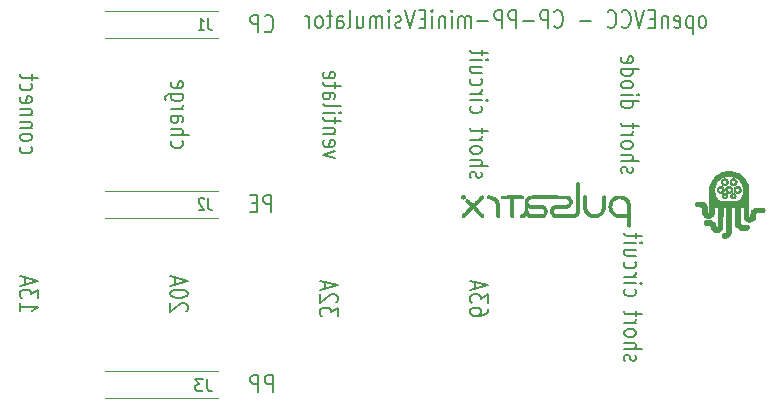
<source format=gbr>
%TF.GenerationSoftware,KiCad,Pcbnew,(5.1.9-0-10_14)*%
%TF.CreationDate,2021-04-30T00:14:49+02:00*%
%TF.ProjectId,CP-PP-miniEVsimulator,43502d50-502d-46d6-996e-69455673696d,rev?*%
%TF.SameCoordinates,Original*%
%TF.FileFunction,Legend,Bot*%
%TF.FilePolarity,Positive*%
%FSLAX46Y46*%
G04 Gerber Fmt 4.6, Leading zero omitted, Abs format (unit mm)*
G04 Created by KiCad (PCBNEW (5.1.9-0-10_14)) date 2021-04-30 00:14:49*
%MOMM*%
%LPD*%
G01*
G04 APERTURE LIST*
%ADD10C,0.200000*%
%ADD11C,0.120000*%
%ADD12C,0.010000*%
%ADD13C,0.150000*%
G04 APERTURE END LIST*
D10*
X148744857Y-152945428D02*
X148673428Y-152831142D01*
X148673428Y-152602571D01*
X148744857Y-152488285D01*
X148887714Y-152431142D01*
X148959142Y-152431142D01*
X149102000Y-152488285D01*
X149173428Y-152602571D01*
X149173428Y-152774000D01*
X149244857Y-152888285D01*
X149387714Y-152945428D01*
X149459142Y-152945428D01*
X149602000Y-152888285D01*
X149673428Y-152774000D01*
X149673428Y-152602571D01*
X149602000Y-152488285D01*
X148673428Y-151916857D02*
X150173428Y-151916857D01*
X148673428Y-151402571D02*
X149459142Y-151402571D01*
X149602000Y-151459714D01*
X149673428Y-151574000D01*
X149673428Y-151745428D01*
X149602000Y-151859714D01*
X149530571Y-151916857D01*
X148673428Y-150659714D02*
X148744857Y-150774000D01*
X148816285Y-150831142D01*
X148959142Y-150888285D01*
X149387714Y-150888285D01*
X149530571Y-150831142D01*
X149602000Y-150774000D01*
X149673428Y-150659714D01*
X149673428Y-150488285D01*
X149602000Y-150374000D01*
X149530571Y-150316857D01*
X149387714Y-150259714D01*
X148959142Y-150259714D01*
X148816285Y-150316857D01*
X148744857Y-150374000D01*
X148673428Y-150488285D01*
X148673428Y-150659714D01*
X148673428Y-149745428D02*
X149673428Y-149745428D01*
X149387714Y-149745428D02*
X149530571Y-149688285D01*
X149602000Y-149631142D01*
X149673428Y-149516857D01*
X149673428Y-149402571D01*
X149673428Y-149174000D02*
X149673428Y-148716857D01*
X150173428Y-149002571D02*
X148887714Y-149002571D01*
X148744857Y-148945428D01*
X148673428Y-148831142D01*
X148673428Y-148716857D01*
X148744857Y-146888285D02*
X148673428Y-147002571D01*
X148673428Y-147231142D01*
X148744857Y-147345428D01*
X148816285Y-147402571D01*
X148959142Y-147459714D01*
X149387714Y-147459714D01*
X149530571Y-147402571D01*
X149602000Y-147345428D01*
X149673428Y-147231142D01*
X149673428Y-147002571D01*
X149602000Y-146888285D01*
X148673428Y-146374000D02*
X149673428Y-146374000D01*
X150173428Y-146374000D02*
X150102000Y-146431142D01*
X150030571Y-146374000D01*
X150102000Y-146316857D01*
X150173428Y-146374000D01*
X150030571Y-146374000D01*
X148673428Y-145802571D02*
X149673428Y-145802571D01*
X149387714Y-145802571D02*
X149530571Y-145745428D01*
X149602000Y-145688285D01*
X149673428Y-145574000D01*
X149673428Y-145459714D01*
X148744857Y-144545428D02*
X148673428Y-144659714D01*
X148673428Y-144888285D01*
X148744857Y-145002571D01*
X148816285Y-145059714D01*
X148959142Y-145116857D01*
X149387714Y-145116857D01*
X149530571Y-145059714D01*
X149602000Y-145002571D01*
X149673428Y-144888285D01*
X149673428Y-144659714D01*
X149602000Y-144545428D01*
X149673428Y-143516857D02*
X148673428Y-143516857D01*
X149673428Y-144031142D02*
X148887714Y-144031142D01*
X148744857Y-143974000D01*
X148673428Y-143859714D01*
X148673428Y-143688285D01*
X148744857Y-143574000D01*
X148816285Y-143516857D01*
X148673428Y-142945428D02*
X149673428Y-142945428D01*
X150173428Y-142945428D02*
X150102000Y-143002571D01*
X150030571Y-142945428D01*
X150102000Y-142888285D01*
X150173428Y-142945428D01*
X150030571Y-142945428D01*
X149673428Y-142545428D02*
X149673428Y-142088285D01*
X150173428Y-142374000D02*
X148887714Y-142374000D01*
X148744857Y-142316857D01*
X148673428Y-142202571D01*
X148673428Y-142088285D01*
X137092428Y-148558142D02*
X137092428Y-148786714D01*
X137021000Y-148901000D01*
X136949571Y-148958142D01*
X136735285Y-149072428D01*
X136449571Y-149129571D01*
X135878142Y-149129571D01*
X135735285Y-149072428D01*
X135663857Y-149015285D01*
X135592428Y-148901000D01*
X135592428Y-148672428D01*
X135663857Y-148558142D01*
X135735285Y-148501000D01*
X135878142Y-148443857D01*
X136235285Y-148443857D01*
X136378142Y-148501000D01*
X136449571Y-148558142D01*
X136521000Y-148672428D01*
X136521000Y-148901000D01*
X136449571Y-149015285D01*
X136378142Y-149072428D01*
X136235285Y-149129571D01*
X137092428Y-148043857D02*
X137092428Y-147301000D01*
X136521000Y-147701000D01*
X136521000Y-147529571D01*
X136449571Y-147415285D01*
X136378142Y-147358142D01*
X136235285Y-147301000D01*
X135878142Y-147301000D01*
X135735285Y-147358142D01*
X135663857Y-147415285D01*
X135592428Y-147529571D01*
X135592428Y-147872428D01*
X135663857Y-147986714D01*
X135735285Y-148043857D01*
X136021000Y-146843857D02*
X136021000Y-146272428D01*
X135592428Y-146958142D02*
X137092428Y-146558142D01*
X135592428Y-146158142D01*
X124392428Y-149186714D02*
X124392428Y-148443857D01*
X123821000Y-148843857D01*
X123821000Y-148672428D01*
X123749571Y-148558142D01*
X123678142Y-148501000D01*
X123535285Y-148443857D01*
X123178142Y-148443857D01*
X123035285Y-148501000D01*
X122963857Y-148558142D01*
X122892428Y-148672428D01*
X122892428Y-149015285D01*
X122963857Y-149129571D01*
X123035285Y-149186714D01*
X124249571Y-147986714D02*
X124321000Y-147929571D01*
X124392428Y-147815285D01*
X124392428Y-147529571D01*
X124321000Y-147415285D01*
X124249571Y-147358142D01*
X124106714Y-147301000D01*
X123963857Y-147301000D01*
X123749571Y-147358142D01*
X122892428Y-148043857D01*
X122892428Y-147301000D01*
X123321000Y-146843857D02*
X123321000Y-146272428D01*
X122892428Y-146958142D02*
X124392428Y-146558142D01*
X122892428Y-146158142D01*
X111549571Y-148748571D02*
X111621000Y-148691428D01*
X111692428Y-148577142D01*
X111692428Y-148291428D01*
X111621000Y-148177142D01*
X111549571Y-148120000D01*
X111406714Y-148062857D01*
X111263857Y-148062857D01*
X111049571Y-148120000D01*
X110192428Y-148805714D01*
X110192428Y-148062857D01*
X111692428Y-147320000D02*
X111692428Y-147205714D01*
X111621000Y-147091428D01*
X111549571Y-147034285D01*
X111406714Y-146977142D01*
X111121000Y-146920000D01*
X110763857Y-146920000D01*
X110478142Y-146977142D01*
X110335285Y-147034285D01*
X110263857Y-147091428D01*
X110192428Y-147205714D01*
X110192428Y-147320000D01*
X110263857Y-147434285D01*
X110335285Y-147491428D01*
X110478142Y-147548571D01*
X110763857Y-147605714D01*
X111121000Y-147605714D01*
X111406714Y-147548571D01*
X111549571Y-147491428D01*
X111621000Y-147434285D01*
X111692428Y-147320000D01*
X110621000Y-146462857D02*
X110621000Y-145891428D01*
X110192428Y-146577142D02*
X111692428Y-146177142D01*
X110192428Y-145777142D01*
X97492428Y-148062857D02*
X97492428Y-148748571D01*
X97492428Y-148405714D02*
X98992428Y-148405714D01*
X98778142Y-148520000D01*
X98635285Y-148634285D01*
X98563857Y-148748571D01*
X98992428Y-147662857D02*
X98992428Y-146920000D01*
X98421000Y-147320000D01*
X98421000Y-147148571D01*
X98349571Y-147034285D01*
X98278142Y-146977142D01*
X98135285Y-146920000D01*
X97778142Y-146920000D01*
X97635285Y-146977142D01*
X97563857Y-147034285D01*
X97492428Y-147148571D01*
X97492428Y-147491428D01*
X97563857Y-147605714D01*
X97635285Y-147662857D01*
X97921000Y-146462857D02*
X97921000Y-145891428D01*
X97492428Y-146577142D02*
X98992428Y-146177142D01*
X97492428Y-145777142D01*
X118897285Y-155618571D02*
X118897285Y-154118571D01*
X118440142Y-154118571D01*
X118325857Y-154190000D01*
X118268714Y-154261428D01*
X118211571Y-154404285D01*
X118211571Y-154618571D01*
X118268714Y-154761428D01*
X118325857Y-154832857D01*
X118440142Y-154904285D01*
X118897285Y-154904285D01*
X117697285Y-155618571D02*
X117697285Y-154118571D01*
X117240142Y-154118571D01*
X117125857Y-154190000D01*
X117068714Y-154261428D01*
X117011571Y-154404285D01*
X117011571Y-154618571D01*
X117068714Y-154761428D01*
X117125857Y-154832857D01*
X117240142Y-154904285D01*
X117697285Y-154904285D01*
X97563857Y-134794285D02*
X97492428Y-134908571D01*
X97492428Y-135137142D01*
X97563857Y-135251428D01*
X97635285Y-135308571D01*
X97778142Y-135365714D01*
X98206714Y-135365714D01*
X98349571Y-135308571D01*
X98421000Y-135251428D01*
X98492428Y-135137142D01*
X98492428Y-134908571D01*
X98421000Y-134794285D01*
X97492428Y-134108571D02*
X97563857Y-134222857D01*
X97635285Y-134280000D01*
X97778142Y-134337142D01*
X98206714Y-134337142D01*
X98349571Y-134280000D01*
X98421000Y-134222857D01*
X98492428Y-134108571D01*
X98492428Y-133937142D01*
X98421000Y-133822857D01*
X98349571Y-133765714D01*
X98206714Y-133708571D01*
X97778142Y-133708571D01*
X97635285Y-133765714D01*
X97563857Y-133822857D01*
X97492428Y-133937142D01*
X97492428Y-134108571D01*
X98492428Y-133194285D02*
X97492428Y-133194285D01*
X98349571Y-133194285D02*
X98421000Y-133137142D01*
X98492428Y-133022857D01*
X98492428Y-132851428D01*
X98421000Y-132737142D01*
X98278142Y-132680000D01*
X97492428Y-132680000D01*
X98492428Y-132108571D02*
X97492428Y-132108571D01*
X98349571Y-132108571D02*
X98421000Y-132051428D01*
X98492428Y-131937142D01*
X98492428Y-131765714D01*
X98421000Y-131651428D01*
X98278142Y-131594285D01*
X97492428Y-131594285D01*
X97563857Y-130565714D02*
X97492428Y-130680000D01*
X97492428Y-130908571D01*
X97563857Y-131022857D01*
X97706714Y-131080000D01*
X98278142Y-131080000D01*
X98421000Y-131022857D01*
X98492428Y-130908571D01*
X98492428Y-130680000D01*
X98421000Y-130565714D01*
X98278142Y-130508571D01*
X98135285Y-130508571D01*
X97992428Y-131080000D01*
X97563857Y-129480000D02*
X97492428Y-129594285D01*
X97492428Y-129822857D01*
X97563857Y-129937142D01*
X97635285Y-129994285D01*
X97778142Y-130051428D01*
X98206714Y-130051428D01*
X98349571Y-129994285D01*
X98421000Y-129937142D01*
X98492428Y-129822857D01*
X98492428Y-129594285D01*
X98421000Y-129480000D01*
X98492428Y-129137142D02*
X98492428Y-128680000D01*
X98992428Y-128965714D02*
X97706714Y-128965714D01*
X97563857Y-128908571D01*
X97492428Y-128794285D01*
X97492428Y-128680000D01*
X124146428Y-135765714D02*
X123146428Y-135480000D01*
X124146428Y-135194285D01*
X123217857Y-134280000D02*
X123146428Y-134394285D01*
X123146428Y-134622857D01*
X123217857Y-134737142D01*
X123360714Y-134794285D01*
X123932142Y-134794285D01*
X124075000Y-134737142D01*
X124146428Y-134622857D01*
X124146428Y-134394285D01*
X124075000Y-134280000D01*
X123932142Y-134222857D01*
X123789285Y-134222857D01*
X123646428Y-134794285D01*
X124146428Y-133708571D02*
X123146428Y-133708571D01*
X124003571Y-133708571D02*
X124075000Y-133651428D01*
X124146428Y-133537142D01*
X124146428Y-133365714D01*
X124075000Y-133251428D01*
X123932142Y-133194285D01*
X123146428Y-133194285D01*
X124146428Y-132794285D02*
X124146428Y-132337142D01*
X124646428Y-132622857D02*
X123360714Y-132622857D01*
X123217857Y-132565714D01*
X123146428Y-132451428D01*
X123146428Y-132337142D01*
X123146428Y-131937142D02*
X124146428Y-131937142D01*
X124646428Y-131937142D02*
X124575000Y-131994285D01*
X124503571Y-131937142D01*
X124575000Y-131880000D01*
X124646428Y-131937142D01*
X124503571Y-131937142D01*
X123146428Y-131194285D02*
X123217857Y-131308571D01*
X123360714Y-131365714D01*
X124646428Y-131365714D01*
X123146428Y-130222857D02*
X123932142Y-130222857D01*
X124075000Y-130280000D01*
X124146428Y-130394285D01*
X124146428Y-130622857D01*
X124075000Y-130737142D01*
X123217857Y-130222857D02*
X123146428Y-130337142D01*
X123146428Y-130622857D01*
X123217857Y-130737142D01*
X123360714Y-130794285D01*
X123503571Y-130794285D01*
X123646428Y-130737142D01*
X123717857Y-130622857D01*
X123717857Y-130337142D01*
X123789285Y-130222857D01*
X124146428Y-129822857D02*
X124146428Y-129365714D01*
X124646428Y-129651428D02*
X123360714Y-129651428D01*
X123217857Y-129594285D01*
X123146428Y-129480000D01*
X123146428Y-129365714D01*
X123217857Y-128508571D02*
X123146428Y-128622857D01*
X123146428Y-128851428D01*
X123217857Y-128965714D01*
X123360714Y-129022857D01*
X123932142Y-129022857D01*
X124075000Y-128965714D01*
X124146428Y-128851428D01*
X124146428Y-128622857D01*
X124075000Y-128508571D01*
X123932142Y-128451428D01*
X123789285Y-128451428D01*
X123646428Y-129022857D01*
X110390857Y-134308571D02*
X110319428Y-134422857D01*
X110319428Y-134651428D01*
X110390857Y-134765714D01*
X110462285Y-134822857D01*
X110605142Y-134880000D01*
X111033714Y-134880000D01*
X111176571Y-134822857D01*
X111248000Y-134765714D01*
X111319428Y-134651428D01*
X111319428Y-134422857D01*
X111248000Y-134308571D01*
X110319428Y-133794285D02*
X111819428Y-133794285D01*
X110319428Y-133280000D02*
X111105142Y-133280000D01*
X111248000Y-133337142D01*
X111319428Y-133451428D01*
X111319428Y-133622857D01*
X111248000Y-133737142D01*
X111176571Y-133794285D01*
X110319428Y-132194285D02*
X111105142Y-132194285D01*
X111248000Y-132251428D01*
X111319428Y-132365714D01*
X111319428Y-132594285D01*
X111248000Y-132708571D01*
X110390857Y-132194285D02*
X110319428Y-132308571D01*
X110319428Y-132594285D01*
X110390857Y-132708571D01*
X110533714Y-132765714D01*
X110676571Y-132765714D01*
X110819428Y-132708571D01*
X110890857Y-132594285D01*
X110890857Y-132308571D01*
X110962285Y-132194285D01*
X110319428Y-131622857D02*
X111319428Y-131622857D01*
X111033714Y-131622857D02*
X111176571Y-131565714D01*
X111248000Y-131508571D01*
X111319428Y-131394285D01*
X111319428Y-131280000D01*
X111319428Y-130365714D02*
X110105142Y-130365714D01*
X109962285Y-130422857D01*
X109890857Y-130480000D01*
X109819428Y-130594285D01*
X109819428Y-130765714D01*
X109890857Y-130880000D01*
X110390857Y-130365714D02*
X110319428Y-130480000D01*
X110319428Y-130708571D01*
X110390857Y-130822857D01*
X110462285Y-130880000D01*
X110605142Y-130937142D01*
X111033714Y-130937142D01*
X111176571Y-130880000D01*
X111248000Y-130822857D01*
X111319428Y-130708571D01*
X111319428Y-130480000D01*
X111248000Y-130365714D01*
X110390857Y-129337142D02*
X110319428Y-129451428D01*
X110319428Y-129680000D01*
X110390857Y-129794285D01*
X110533714Y-129851428D01*
X111105142Y-129851428D01*
X111248000Y-129794285D01*
X111319428Y-129680000D01*
X111319428Y-129451428D01*
X111248000Y-129337142D01*
X111105142Y-129280000D01*
X110962285Y-129280000D01*
X110819428Y-129851428D01*
X155369714Y-124757571D02*
X155484000Y-124686142D01*
X155541142Y-124614714D01*
X155598285Y-124471857D01*
X155598285Y-124043285D01*
X155541142Y-123900428D01*
X155484000Y-123829000D01*
X155369714Y-123757571D01*
X155198285Y-123757571D01*
X155084000Y-123829000D01*
X155026857Y-123900428D01*
X154969714Y-124043285D01*
X154969714Y-124471857D01*
X155026857Y-124614714D01*
X155084000Y-124686142D01*
X155198285Y-124757571D01*
X155369714Y-124757571D01*
X154455428Y-123757571D02*
X154455428Y-125257571D01*
X154455428Y-123829000D02*
X154341142Y-123757571D01*
X154112571Y-123757571D01*
X153998285Y-123829000D01*
X153941142Y-123900428D01*
X153884000Y-124043285D01*
X153884000Y-124471857D01*
X153941142Y-124614714D01*
X153998285Y-124686142D01*
X154112571Y-124757571D01*
X154341142Y-124757571D01*
X154455428Y-124686142D01*
X152912571Y-124686142D02*
X153026857Y-124757571D01*
X153255428Y-124757571D01*
X153369714Y-124686142D01*
X153426857Y-124543285D01*
X153426857Y-123971857D01*
X153369714Y-123829000D01*
X153255428Y-123757571D01*
X153026857Y-123757571D01*
X152912571Y-123829000D01*
X152855428Y-123971857D01*
X152855428Y-124114714D01*
X153426857Y-124257571D01*
X152341142Y-123757571D02*
X152341142Y-124757571D01*
X152341142Y-123900428D02*
X152284000Y-123829000D01*
X152169714Y-123757571D01*
X151998285Y-123757571D01*
X151884000Y-123829000D01*
X151826857Y-123971857D01*
X151826857Y-124757571D01*
X151255428Y-123971857D02*
X150855428Y-123971857D01*
X150684000Y-124757571D02*
X151255428Y-124757571D01*
X151255428Y-123257571D01*
X150684000Y-123257571D01*
X150341142Y-123257571D02*
X149941142Y-124757571D01*
X149541142Y-123257571D01*
X148455428Y-124614714D02*
X148512571Y-124686142D01*
X148684000Y-124757571D01*
X148798285Y-124757571D01*
X148969714Y-124686142D01*
X149084000Y-124543285D01*
X149141142Y-124400428D01*
X149198285Y-124114714D01*
X149198285Y-123900428D01*
X149141142Y-123614714D01*
X149084000Y-123471857D01*
X148969714Y-123329000D01*
X148798285Y-123257571D01*
X148684000Y-123257571D01*
X148512571Y-123329000D01*
X148455428Y-123400428D01*
X147255428Y-124614714D02*
X147312571Y-124686142D01*
X147484000Y-124757571D01*
X147598285Y-124757571D01*
X147769714Y-124686142D01*
X147884000Y-124543285D01*
X147941142Y-124400428D01*
X147998285Y-124114714D01*
X147998285Y-123900428D01*
X147941142Y-123614714D01*
X147884000Y-123471857D01*
X147769714Y-123329000D01*
X147598285Y-123257571D01*
X147484000Y-123257571D01*
X147312571Y-123329000D01*
X147255428Y-123400428D01*
X145826857Y-124186142D02*
X144912571Y-124186142D01*
X142741142Y-124614714D02*
X142798285Y-124686142D01*
X142969714Y-124757571D01*
X143084000Y-124757571D01*
X143255428Y-124686142D01*
X143369714Y-124543285D01*
X143426857Y-124400428D01*
X143484000Y-124114714D01*
X143484000Y-123900428D01*
X143426857Y-123614714D01*
X143369714Y-123471857D01*
X143255428Y-123329000D01*
X143084000Y-123257571D01*
X142969714Y-123257571D01*
X142798285Y-123329000D01*
X142741142Y-123400428D01*
X142226857Y-124757571D02*
X142226857Y-123257571D01*
X141769714Y-123257571D01*
X141655428Y-123329000D01*
X141598285Y-123400428D01*
X141541142Y-123543285D01*
X141541142Y-123757571D01*
X141598285Y-123900428D01*
X141655428Y-123971857D01*
X141769714Y-124043285D01*
X142226857Y-124043285D01*
X141026857Y-124186142D02*
X140112571Y-124186142D01*
X139541142Y-124757571D02*
X139541142Y-123257571D01*
X139084000Y-123257571D01*
X138969714Y-123329000D01*
X138912571Y-123400428D01*
X138855428Y-123543285D01*
X138855428Y-123757571D01*
X138912571Y-123900428D01*
X138969714Y-123971857D01*
X139084000Y-124043285D01*
X139541142Y-124043285D01*
X138341142Y-124757571D02*
X138341142Y-123257571D01*
X137884000Y-123257571D01*
X137769714Y-123329000D01*
X137712571Y-123400428D01*
X137655428Y-123543285D01*
X137655428Y-123757571D01*
X137712571Y-123900428D01*
X137769714Y-123971857D01*
X137884000Y-124043285D01*
X138341142Y-124043285D01*
X137141142Y-124186142D02*
X136226857Y-124186142D01*
X135655428Y-124757571D02*
X135655428Y-123757571D01*
X135655428Y-123900428D02*
X135598285Y-123829000D01*
X135484000Y-123757571D01*
X135312571Y-123757571D01*
X135198285Y-123829000D01*
X135141142Y-123971857D01*
X135141142Y-124757571D01*
X135141142Y-123971857D02*
X135084000Y-123829000D01*
X134969714Y-123757571D01*
X134798285Y-123757571D01*
X134684000Y-123829000D01*
X134626857Y-123971857D01*
X134626857Y-124757571D01*
X134055428Y-124757571D02*
X134055428Y-123757571D01*
X134055428Y-123257571D02*
X134112571Y-123329000D01*
X134055428Y-123400428D01*
X133998285Y-123329000D01*
X134055428Y-123257571D01*
X134055428Y-123400428D01*
X133484000Y-123757571D02*
X133484000Y-124757571D01*
X133484000Y-123900428D02*
X133426857Y-123829000D01*
X133312571Y-123757571D01*
X133141142Y-123757571D01*
X133026857Y-123829000D01*
X132969714Y-123971857D01*
X132969714Y-124757571D01*
X132398285Y-124757571D02*
X132398285Y-123757571D01*
X132398285Y-123257571D02*
X132455428Y-123329000D01*
X132398285Y-123400428D01*
X132341142Y-123329000D01*
X132398285Y-123257571D01*
X132398285Y-123400428D01*
X131826857Y-123971857D02*
X131426857Y-123971857D01*
X131255428Y-124757571D02*
X131826857Y-124757571D01*
X131826857Y-123257571D01*
X131255428Y-123257571D01*
X130912571Y-123257571D02*
X130512571Y-124757571D01*
X130112571Y-123257571D01*
X129769714Y-124686142D02*
X129655428Y-124757571D01*
X129426857Y-124757571D01*
X129312571Y-124686142D01*
X129255428Y-124543285D01*
X129255428Y-124471857D01*
X129312571Y-124329000D01*
X129426857Y-124257571D01*
X129598285Y-124257571D01*
X129712571Y-124186142D01*
X129769714Y-124043285D01*
X129769714Y-123971857D01*
X129712571Y-123829000D01*
X129598285Y-123757571D01*
X129426857Y-123757571D01*
X129312571Y-123829000D01*
X128741142Y-124757571D02*
X128741142Y-123757571D01*
X128741142Y-123257571D02*
X128798285Y-123329000D01*
X128741142Y-123400428D01*
X128684000Y-123329000D01*
X128741142Y-123257571D01*
X128741142Y-123400428D01*
X128169714Y-124757571D02*
X128169714Y-123757571D01*
X128169714Y-123900428D02*
X128112571Y-123829000D01*
X127998285Y-123757571D01*
X127826857Y-123757571D01*
X127712571Y-123829000D01*
X127655428Y-123971857D01*
X127655428Y-124757571D01*
X127655428Y-123971857D02*
X127598285Y-123829000D01*
X127483999Y-123757571D01*
X127312571Y-123757571D01*
X127198285Y-123829000D01*
X127141142Y-123971857D01*
X127141142Y-124757571D01*
X126055428Y-123757571D02*
X126055428Y-124757571D01*
X126569714Y-123757571D02*
X126569714Y-124543285D01*
X126512571Y-124686142D01*
X126398285Y-124757571D01*
X126226857Y-124757571D01*
X126112571Y-124686142D01*
X126055428Y-124614714D01*
X125312571Y-124757571D02*
X125426857Y-124686142D01*
X125484000Y-124543285D01*
X125484000Y-123257571D01*
X124341142Y-124757571D02*
X124341142Y-123971857D01*
X124398285Y-123829000D01*
X124512571Y-123757571D01*
X124741142Y-123757571D01*
X124855428Y-123829000D01*
X124341142Y-124686142D02*
X124455428Y-124757571D01*
X124741142Y-124757571D01*
X124855428Y-124686142D01*
X124912571Y-124543285D01*
X124912571Y-124400428D01*
X124855428Y-124257571D01*
X124741142Y-124186142D01*
X124455428Y-124186142D01*
X124341142Y-124114714D01*
X123941142Y-123757571D02*
X123483999Y-123757571D01*
X123769714Y-123257571D02*
X123769714Y-124543285D01*
X123712571Y-124686142D01*
X123598285Y-124757571D01*
X123483999Y-124757571D01*
X122912571Y-124757571D02*
X123026857Y-124686142D01*
X123083999Y-124614714D01*
X123141142Y-124471857D01*
X123141142Y-124043285D01*
X123083999Y-123900428D01*
X123026857Y-123829000D01*
X122912571Y-123757571D01*
X122741142Y-123757571D01*
X122626857Y-123829000D01*
X122569714Y-123900428D01*
X122512571Y-124043285D01*
X122512571Y-124471857D01*
X122569714Y-124614714D01*
X122626857Y-124686142D01*
X122741142Y-124757571D01*
X122912571Y-124757571D01*
X121998285Y-124757571D02*
X121998285Y-123757571D01*
X121998285Y-124043285D02*
X121941142Y-123900428D01*
X121883999Y-123829000D01*
X121769714Y-123757571D01*
X121655428Y-123757571D01*
X148490857Y-137022857D02*
X148419428Y-136908571D01*
X148419428Y-136680000D01*
X148490857Y-136565714D01*
X148633714Y-136508571D01*
X148705142Y-136508571D01*
X148848000Y-136565714D01*
X148919428Y-136680000D01*
X148919428Y-136851428D01*
X148990857Y-136965714D01*
X149133714Y-137022857D01*
X149205142Y-137022857D01*
X149348000Y-136965714D01*
X149419428Y-136851428D01*
X149419428Y-136680000D01*
X149348000Y-136565714D01*
X148419428Y-135994285D02*
X149919428Y-135994285D01*
X148419428Y-135480000D02*
X149205142Y-135480000D01*
X149348000Y-135537142D01*
X149419428Y-135651428D01*
X149419428Y-135822857D01*
X149348000Y-135937142D01*
X149276571Y-135994285D01*
X148419428Y-134737142D02*
X148490857Y-134851428D01*
X148562285Y-134908571D01*
X148705142Y-134965714D01*
X149133714Y-134965714D01*
X149276571Y-134908571D01*
X149348000Y-134851428D01*
X149419428Y-134737142D01*
X149419428Y-134565714D01*
X149348000Y-134451428D01*
X149276571Y-134394285D01*
X149133714Y-134337142D01*
X148705142Y-134337142D01*
X148562285Y-134394285D01*
X148490857Y-134451428D01*
X148419428Y-134565714D01*
X148419428Y-134737142D01*
X148419428Y-133822857D02*
X149419428Y-133822857D01*
X149133714Y-133822857D02*
X149276571Y-133765714D01*
X149348000Y-133708571D01*
X149419428Y-133594285D01*
X149419428Y-133480000D01*
X149419428Y-133251428D02*
X149419428Y-132794285D01*
X149919428Y-133080000D02*
X148633714Y-133080000D01*
X148490857Y-133022857D01*
X148419428Y-132908571D01*
X148419428Y-132794285D01*
X148419428Y-130965714D02*
X149919428Y-130965714D01*
X148490857Y-130965714D02*
X148419428Y-131080000D01*
X148419428Y-131308571D01*
X148490857Y-131422857D01*
X148562285Y-131480000D01*
X148705142Y-131537142D01*
X149133714Y-131537142D01*
X149276571Y-131480000D01*
X149348000Y-131422857D01*
X149419428Y-131308571D01*
X149419428Y-131080000D01*
X149348000Y-130965714D01*
X148419428Y-130394285D02*
X149419428Y-130394285D01*
X149919428Y-130394285D02*
X149848000Y-130451428D01*
X149776571Y-130394285D01*
X149848000Y-130337142D01*
X149919428Y-130394285D01*
X149776571Y-130394285D01*
X148419428Y-129651428D02*
X148490857Y-129765714D01*
X148562285Y-129822857D01*
X148705142Y-129880000D01*
X149133714Y-129880000D01*
X149276571Y-129822857D01*
X149348000Y-129765714D01*
X149419428Y-129651428D01*
X149419428Y-129480000D01*
X149348000Y-129365714D01*
X149276571Y-129308571D01*
X149133714Y-129251428D01*
X148705142Y-129251428D01*
X148562285Y-129308571D01*
X148490857Y-129365714D01*
X148419428Y-129480000D01*
X148419428Y-129651428D01*
X148419428Y-128222857D02*
X149919428Y-128222857D01*
X148490857Y-128222857D02*
X148419428Y-128337142D01*
X148419428Y-128565714D01*
X148490857Y-128680000D01*
X148562285Y-128737142D01*
X148705142Y-128794285D01*
X149133714Y-128794285D01*
X149276571Y-128737142D01*
X149348000Y-128680000D01*
X149419428Y-128565714D01*
X149419428Y-128337142D01*
X149348000Y-128222857D01*
X148490857Y-127194285D02*
X148419428Y-127308571D01*
X148419428Y-127537142D01*
X148490857Y-127651428D01*
X148633714Y-127708571D01*
X149205142Y-127708571D01*
X149348000Y-127651428D01*
X149419428Y-127537142D01*
X149419428Y-127308571D01*
X149348000Y-127194285D01*
X149205142Y-127137142D01*
X149062285Y-127137142D01*
X148919428Y-127708571D01*
X135663857Y-137451428D02*
X135592428Y-137337142D01*
X135592428Y-137108571D01*
X135663857Y-136994285D01*
X135806714Y-136937142D01*
X135878142Y-136937142D01*
X136021000Y-136994285D01*
X136092428Y-137108571D01*
X136092428Y-137280000D01*
X136163857Y-137394285D01*
X136306714Y-137451428D01*
X136378142Y-137451428D01*
X136521000Y-137394285D01*
X136592428Y-137280000D01*
X136592428Y-137108571D01*
X136521000Y-136994285D01*
X135592428Y-136422857D02*
X137092428Y-136422857D01*
X135592428Y-135908571D02*
X136378142Y-135908571D01*
X136521000Y-135965714D01*
X136592428Y-136080000D01*
X136592428Y-136251428D01*
X136521000Y-136365714D01*
X136449571Y-136422857D01*
X135592428Y-135165714D02*
X135663857Y-135280000D01*
X135735285Y-135337142D01*
X135878142Y-135394285D01*
X136306714Y-135394285D01*
X136449571Y-135337142D01*
X136521000Y-135280000D01*
X136592428Y-135165714D01*
X136592428Y-134994285D01*
X136521000Y-134880000D01*
X136449571Y-134822857D01*
X136306714Y-134765714D01*
X135878142Y-134765714D01*
X135735285Y-134822857D01*
X135663857Y-134880000D01*
X135592428Y-134994285D01*
X135592428Y-135165714D01*
X135592428Y-134251428D02*
X136592428Y-134251428D01*
X136306714Y-134251428D02*
X136449571Y-134194285D01*
X136521000Y-134137142D01*
X136592428Y-134022857D01*
X136592428Y-133908571D01*
X136592428Y-133680000D02*
X136592428Y-133222857D01*
X137092428Y-133508571D02*
X135806714Y-133508571D01*
X135663857Y-133451428D01*
X135592428Y-133337142D01*
X135592428Y-133222857D01*
X135663857Y-131394285D02*
X135592428Y-131508571D01*
X135592428Y-131737142D01*
X135663857Y-131851428D01*
X135735285Y-131908571D01*
X135878142Y-131965714D01*
X136306714Y-131965714D01*
X136449571Y-131908571D01*
X136521000Y-131851428D01*
X136592428Y-131737142D01*
X136592428Y-131508571D01*
X136521000Y-131394285D01*
X135592428Y-130880000D02*
X136592428Y-130880000D01*
X137092428Y-130880000D02*
X137021000Y-130937142D01*
X136949571Y-130880000D01*
X137021000Y-130822857D01*
X137092428Y-130880000D01*
X136949571Y-130880000D01*
X135592428Y-130308571D02*
X136592428Y-130308571D01*
X136306714Y-130308571D02*
X136449571Y-130251428D01*
X136521000Y-130194285D01*
X136592428Y-130080000D01*
X136592428Y-129965714D01*
X135663857Y-129051428D02*
X135592428Y-129165714D01*
X135592428Y-129394285D01*
X135663857Y-129508571D01*
X135735285Y-129565714D01*
X135878142Y-129622857D01*
X136306714Y-129622857D01*
X136449571Y-129565714D01*
X136521000Y-129508571D01*
X136592428Y-129394285D01*
X136592428Y-129165714D01*
X136521000Y-129051428D01*
X136592428Y-128022857D02*
X135592428Y-128022857D01*
X136592428Y-128537142D02*
X135806714Y-128537142D01*
X135663857Y-128480000D01*
X135592428Y-128365714D01*
X135592428Y-128194285D01*
X135663857Y-128080000D01*
X135735285Y-128022857D01*
X135592428Y-127451428D02*
X136592428Y-127451428D01*
X137092428Y-127451428D02*
X137021000Y-127508571D01*
X136949571Y-127451428D01*
X137021000Y-127394285D01*
X137092428Y-127451428D01*
X136949571Y-127451428D01*
X136592428Y-127051428D02*
X136592428Y-126594285D01*
X137092428Y-126880000D02*
X135806714Y-126880000D01*
X135663857Y-126822857D01*
X135592428Y-126708571D01*
X135592428Y-126594285D01*
X118211571Y-124995714D02*
X118268714Y-125067142D01*
X118440142Y-125138571D01*
X118554428Y-125138571D01*
X118725857Y-125067142D01*
X118840142Y-124924285D01*
X118897285Y-124781428D01*
X118954428Y-124495714D01*
X118954428Y-124281428D01*
X118897285Y-123995714D01*
X118840142Y-123852857D01*
X118725857Y-123710000D01*
X118554428Y-123638571D01*
X118440142Y-123638571D01*
X118268714Y-123710000D01*
X118211571Y-123781428D01*
X117697285Y-125138571D02*
X117697285Y-123638571D01*
X117240142Y-123638571D01*
X117125857Y-123710000D01*
X117068714Y-123781428D01*
X117011571Y-123924285D01*
X117011571Y-124138571D01*
X117068714Y-124281428D01*
X117125857Y-124352857D01*
X117240142Y-124424285D01*
X117697285Y-124424285D01*
X118782999Y-140378571D02*
X118782999Y-138878571D01*
X118325857Y-138878571D01*
X118211571Y-138950000D01*
X118154428Y-139021428D01*
X118097285Y-139164285D01*
X118097285Y-139378571D01*
X118154428Y-139521428D01*
X118211571Y-139592857D01*
X118325857Y-139664285D01*
X118782999Y-139664285D01*
X117582999Y-139592857D02*
X117182999Y-139592857D01*
X117011571Y-140378571D02*
X117582999Y-140378571D01*
X117582999Y-138878571D01*
X117011571Y-138878571D01*
D11*
%TO.C,J3*%
X114310000Y-156050000D02*
X104680000Y-156050000D01*
X114310000Y-153830000D02*
X104680000Y-153830000D01*
%TO.C,J1*%
X114310000Y-123350000D02*
X104680000Y-123350000D01*
X114310000Y-125570000D02*
X104680000Y-125570000D01*
%TO.C,J2*%
X114310000Y-138590000D02*
X104680000Y-138590000D01*
X114310000Y-140810000D02*
X104680000Y-140810000D01*
D12*
%TO.C,G\u002A\u002A\u002A*%
G36*
X157416376Y-136889740D02*
G01*
X157365346Y-136891682D01*
X157319163Y-136895446D01*
X157273909Y-136901150D01*
X157106972Y-136933989D01*
X156946387Y-136982587D01*
X156793042Y-137046154D01*
X156647829Y-137123897D01*
X156511638Y-137215028D01*
X156385359Y-137318754D01*
X156269883Y-137434284D01*
X156166101Y-137560829D01*
X156074903Y-137697596D01*
X155997178Y-137843796D01*
X155933819Y-137998636D01*
X155894591Y-138126233D01*
X155887024Y-138154610D01*
X155880246Y-138180108D01*
X155874209Y-138203796D01*
X155868864Y-138226743D01*
X155864165Y-138250018D01*
X155860064Y-138274689D01*
X155856512Y-138301826D01*
X155853461Y-138332496D01*
X155850864Y-138367770D01*
X155848673Y-138408715D01*
X155846839Y-138456401D01*
X155845316Y-138511897D01*
X155844055Y-138576271D01*
X155843008Y-138650591D01*
X155842128Y-138735928D01*
X155841366Y-138833350D01*
X155840674Y-138943925D01*
X155840006Y-139068723D01*
X155839312Y-139208812D01*
X155838546Y-139365261D01*
X155838478Y-139378883D01*
X155833379Y-140402214D01*
X155808805Y-140423348D01*
X155775642Y-140441243D01*
X155738774Y-140444138D01*
X155703545Y-140432033D01*
X155691540Y-140423364D01*
X155666965Y-140402245D01*
X155661877Y-140136519D01*
X155660313Y-140059739D01*
X155658773Y-139998203D01*
X155657087Y-139949640D01*
X155655088Y-139911779D01*
X155652607Y-139882348D01*
X155649478Y-139859074D01*
X155645532Y-139839687D01*
X155640600Y-139821915D01*
X155638022Y-139813862D01*
X155600961Y-139727794D01*
X155550403Y-139651326D01*
X155487913Y-139585917D01*
X155415052Y-139533023D01*
X155333386Y-139494102D01*
X155276744Y-139477085D01*
X155248933Y-139472742D01*
X155207823Y-139469178D01*
X155156779Y-139466422D01*
X155099165Y-139464505D01*
X155038348Y-139463456D01*
X154977691Y-139463304D01*
X154920560Y-139464080D01*
X154870321Y-139465812D01*
X154830338Y-139468531D01*
X154803976Y-139472265D01*
X154801432Y-139472907D01*
X154766962Y-139488967D01*
X154731251Y-139516072D01*
X154700055Y-139549206D01*
X154682170Y-139576782D01*
X154663594Y-139631856D01*
X154661196Y-139687736D01*
X154674029Y-139741545D01*
X154701144Y-139790409D01*
X154741594Y-139831451D01*
X154772757Y-139851602D01*
X154785979Y-139858068D01*
X154799989Y-139862955D01*
X154817464Y-139866528D01*
X154841081Y-139869047D01*
X154873517Y-139870775D01*
X154917449Y-139871974D01*
X154975554Y-139872906D01*
X154992552Y-139873128D01*
X155048740Y-139874037D01*
X155099946Y-139875233D01*
X155143228Y-139876618D01*
X155175644Y-139878094D01*
X155194249Y-139879563D01*
X155196461Y-139879932D01*
X155214185Y-139890140D01*
X155231524Y-139909331D01*
X155233653Y-139912631D01*
X155238769Y-139922065D01*
X155242762Y-139933029D01*
X155245771Y-139947689D01*
X155247933Y-139968206D01*
X155249387Y-139996744D01*
X155250271Y-140035467D01*
X155250724Y-140086537D01*
X155250885Y-140152118D01*
X155250898Y-140182073D01*
X155251144Y-140263501D01*
X155252088Y-140329939D01*
X155254073Y-140383913D01*
X155257443Y-140427945D01*
X155262544Y-140464561D01*
X155269717Y-140496284D01*
X155279309Y-140525640D01*
X155291662Y-140555152D01*
X155305767Y-140584620D01*
X155336898Y-140634928D01*
X155379541Y-140686711D01*
X155429055Y-140735338D01*
X155480801Y-140776182D01*
X155522911Y-140801243D01*
X155611805Y-140835553D01*
X155701857Y-140852984D01*
X155791410Y-140853808D01*
X155878805Y-140838298D01*
X155962384Y-140806726D01*
X156040489Y-140759365D01*
X156102159Y-140706071D01*
X156151761Y-140646965D01*
X156193547Y-140578969D01*
X156224562Y-140507582D01*
X156240052Y-140449443D01*
X156242560Y-140426697D01*
X156244809Y-140389308D01*
X156246711Y-140340151D01*
X156248172Y-140282100D01*
X156249104Y-140218028D01*
X156249414Y-140153839D01*
X156249414Y-139910207D01*
X156573483Y-139910207D01*
X156573450Y-140731327D01*
X156573437Y-140869716D01*
X156573395Y-140991669D01*
X156573301Y-141098267D01*
X156573134Y-141190593D01*
X156572871Y-141269727D01*
X156572489Y-141336752D01*
X156571967Y-141392749D01*
X156571282Y-141438799D01*
X156570412Y-141475984D01*
X156569334Y-141505385D01*
X156568026Y-141528084D01*
X156566467Y-141545162D01*
X156564632Y-141557701D01*
X156562502Y-141566783D01*
X156560052Y-141573488D01*
X156557261Y-141578899D01*
X156555929Y-141581132D01*
X156530046Y-141608897D01*
X156497344Y-141622968D01*
X156462238Y-141622856D01*
X156429138Y-141608072D01*
X156416193Y-141596630D01*
X156405294Y-141581406D01*
X156397632Y-141560351D01*
X156391948Y-141529073D01*
X156388659Y-141500607D01*
X156382776Y-141458094D01*
X156374246Y-141414922D01*
X156364782Y-141379590D01*
X156363521Y-141375868D01*
X156325479Y-141292987D01*
X156273501Y-141218583D01*
X156209604Y-141154527D01*
X156135804Y-141102692D01*
X156054120Y-141064947D01*
X156015617Y-141053134D01*
X155989096Y-141048624D01*
X155949539Y-141044984D01*
X155900049Y-141042221D01*
X155843722Y-141040342D01*
X155783661Y-141039356D01*
X155722963Y-141039271D01*
X155664729Y-141040094D01*
X155612058Y-141041834D01*
X155568050Y-141044497D01*
X155535804Y-141048093D01*
X155519977Y-141051879D01*
X155473530Y-141080002D01*
X155434975Y-141120170D01*
X155407104Y-141168270D01*
X155392707Y-141220185D01*
X155391347Y-141241517D01*
X155399931Y-141296847D01*
X155424079Y-141348601D01*
X155461839Y-141393463D01*
X155496023Y-141419426D01*
X155507035Y-141425640D01*
X155519185Y-141430437D01*
X155534938Y-141434070D01*
X155556760Y-141436789D01*
X155587117Y-141438845D01*
X155628472Y-141440490D01*
X155683292Y-141441977D01*
X155726818Y-141442965D01*
X155926809Y-141447345D01*
X155951096Y-141474542D01*
X155965095Y-141493445D01*
X155973921Y-141515451D01*
X155979571Y-141546460D01*
X155981578Y-141564611D01*
X155997266Y-141657095D01*
X156025694Y-141739008D01*
X156068071Y-141812968D01*
X156125608Y-141881591D01*
X156130202Y-141886230D01*
X156201888Y-141946652D01*
X156280233Y-141992041D01*
X156363479Y-142021841D01*
X156449865Y-142035495D01*
X156537634Y-142032447D01*
X156573174Y-142026334D01*
X156664825Y-141998276D01*
X156747747Y-141955481D01*
X156820723Y-141899037D01*
X156882537Y-141830032D01*
X156931970Y-141749556D01*
X156961176Y-141679448D01*
X156980543Y-141622517D01*
X156985865Y-139910207D01*
X157300448Y-139910207D01*
X157300448Y-140933376D01*
X157300462Y-141093602D01*
X157300470Y-141237260D01*
X157300423Y-141365302D01*
X157300274Y-141478677D01*
X157299972Y-141578335D01*
X157299468Y-141665226D01*
X157298714Y-141740301D01*
X157297661Y-141804508D01*
X157296260Y-141858800D01*
X157294462Y-141904124D01*
X157292217Y-141941432D01*
X157289478Y-141971674D01*
X157286194Y-141995799D01*
X157282317Y-142014758D01*
X157277798Y-142029501D01*
X157272589Y-142040978D01*
X157266639Y-142050139D01*
X157259901Y-142057934D01*
X157252324Y-142065313D01*
X157243861Y-142073226D01*
X157241593Y-142075407D01*
X157215228Y-142098171D01*
X157188252Y-142113899D01*
X157155549Y-142124671D01*
X157112008Y-142132566D01*
X157095751Y-142134724D01*
X157034632Y-142149883D01*
X156983936Y-142177921D01*
X156945040Y-142217491D01*
X156919322Y-142267250D01*
X156908770Y-142317417D01*
X156911095Y-142377260D01*
X156928356Y-142430098D01*
X156958881Y-142474497D01*
X157001000Y-142509025D01*
X157053041Y-142532248D01*
X157113331Y-142542732D01*
X157169069Y-142540653D01*
X157269904Y-142519514D01*
X157364909Y-142483111D01*
X157451944Y-142432596D01*
X157528872Y-142369121D01*
X157569890Y-142324568D01*
X157605618Y-142274822D01*
X157640079Y-142215278D01*
X157669590Y-142153015D01*
X157690470Y-142095108D01*
X157691867Y-142090104D01*
X157694146Y-142080675D01*
X157696193Y-142069461D01*
X157698025Y-142055501D01*
X157699656Y-142037835D01*
X157701103Y-142015501D01*
X157702380Y-141987540D01*
X157703503Y-141952989D01*
X157704488Y-141910888D01*
X157705349Y-141860276D01*
X157706103Y-141800192D01*
X157706765Y-141729676D01*
X157707350Y-141647766D01*
X157707874Y-141553501D01*
X157708351Y-141445921D01*
X157708799Y-141324065D01*
X157709231Y-141186971D01*
X157709664Y-141033680D01*
X157709828Y-140972189D01*
X157712638Y-139910207D01*
X158027414Y-139910207D01*
X158027414Y-140613875D01*
X158027429Y-140741781D01*
X158027494Y-140853412D01*
X158027636Y-140950007D01*
X158027883Y-141032809D01*
X158028263Y-141103057D01*
X158028803Y-141161994D01*
X158029532Y-141210859D01*
X158030477Y-141250895D01*
X158031666Y-141283342D01*
X158033127Y-141309441D01*
X158034887Y-141330434D01*
X158036975Y-141347561D01*
X158039418Y-141362064D01*
X158042243Y-141375183D01*
X158044686Y-141385075D01*
X158077864Y-141480444D01*
X158125902Y-141567687D01*
X158187487Y-141645410D01*
X158261305Y-141712219D01*
X158346044Y-141766720D01*
X158440391Y-141807518D01*
X158443448Y-141808547D01*
X158463783Y-141815171D01*
X158482189Y-141820439D01*
X158501001Y-141824535D01*
X158522554Y-141827645D01*
X158549183Y-141829953D01*
X158583223Y-141831644D01*
X158627007Y-141832904D01*
X158682871Y-141833917D01*
X158753150Y-141834869D01*
X158779782Y-141835199D01*
X158856753Y-141836049D01*
X158918316Y-141836442D01*
X158966574Y-141836298D01*
X159003633Y-141835538D01*
X159031596Y-141834081D01*
X159052568Y-141831847D01*
X159068654Y-141828756D01*
X159081958Y-141824727D01*
X159085065Y-141823576D01*
X159137237Y-141795483D01*
X159177000Y-141757536D01*
X159204181Y-141712412D01*
X159218609Y-141662791D01*
X159220112Y-141611351D01*
X159208518Y-141560772D01*
X159183656Y-141513731D01*
X159145353Y-141472908D01*
X159109103Y-141448732D01*
X159098030Y-141443230D01*
X159086060Y-141438851D01*
X159071041Y-141435420D01*
X159050819Y-141432764D01*
X159023243Y-141430710D01*
X158986158Y-141429084D01*
X158937413Y-141427713D01*
X158874854Y-141426423D01*
X158820069Y-141425448D01*
X158742607Y-141424035D01*
X158680548Y-141422509D01*
X158631779Y-141420494D01*
X158594188Y-141417618D01*
X158565662Y-141413506D01*
X158544088Y-141407786D01*
X158527355Y-141400081D01*
X158513348Y-141390020D01*
X158499956Y-141377227D01*
X158490431Y-141367109D01*
X158481195Y-141357415D01*
X158473135Y-141348756D01*
X158466171Y-141339937D01*
X158460224Y-141329762D01*
X158455213Y-141317037D01*
X158451059Y-141300564D01*
X158447682Y-141279149D01*
X158445001Y-141251597D01*
X158442938Y-141216711D01*
X158441412Y-141173296D01*
X158440343Y-141120156D01*
X158439651Y-141056097D01*
X158439257Y-140979921D01*
X158439081Y-140890435D01*
X158439043Y-140786441D01*
X158439062Y-140666745D01*
X158439069Y-140598193D01*
X158439069Y-139910207D01*
X158763138Y-139910207D01*
X158763138Y-140317051D01*
X158763363Y-140426691D01*
X158764029Y-140522606D01*
X158765121Y-140604134D01*
X158766626Y-140670616D01*
X158768530Y-140721392D01*
X158770819Y-140755802D01*
X158772746Y-140770310D01*
X158797576Y-140849209D01*
X158837967Y-140925141D01*
X158891974Y-140994622D01*
X158906779Y-141009985D01*
X158966606Y-141063423D01*
X159026000Y-141102953D01*
X159089732Y-141131392D01*
X159135881Y-141145300D01*
X159228087Y-141160204D01*
X159319157Y-141158097D01*
X159407295Y-141139470D01*
X159490703Y-141104818D01*
X159567582Y-141054634D01*
X159612553Y-141014567D01*
X159659923Y-140961374D01*
X159697077Y-140905583D01*
X159724893Y-140844566D01*
X159744251Y-140775695D01*
X159756031Y-140696341D01*
X159761111Y-140603874D01*
X159761468Y-140569431D01*
X159761621Y-140436000D01*
X159787164Y-140407397D01*
X159812707Y-140378793D01*
X160109043Y-140374414D01*
X160192434Y-140373152D01*
X160260263Y-140371867D01*
X160314481Y-140370240D01*
X160357039Y-140367949D01*
X160389890Y-140364675D01*
X160414987Y-140360098D01*
X160434279Y-140353896D01*
X160449721Y-140345751D01*
X160463262Y-140335341D01*
X160476856Y-140322347D01*
X160486523Y-140312488D01*
X160520445Y-140269171D01*
X160539142Y-140222250D01*
X160544594Y-140167652D01*
X160536035Y-140110692D01*
X160512337Y-140060064D01*
X160475401Y-140018047D01*
X160427131Y-139986922D01*
X160380646Y-139971174D01*
X160356930Y-139967942D01*
X160318664Y-139965633D01*
X160265208Y-139964236D01*
X160195920Y-139963738D01*
X160110161Y-139964127D01*
X160050655Y-139964779D01*
X159966487Y-139965961D01*
X159897538Y-139967344D01*
X159841510Y-139969268D01*
X159796105Y-139972073D01*
X159759024Y-139976100D01*
X159727971Y-139981687D01*
X159700646Y-139989175D01*
X159674752Y-139998904D01*
X159647991Y-140011213D01*
X159618065Y-140026443D01*
X159611875Y-140029672D01*
X159543924Y-140074248D01*
X159482083Y-140132390D01*
X159429446Y-140200408D01*
X159389110Y-140274610D01*
X159374655Y-140312471D01*
X159367336Y-140337592D01*
X159361921Y-140364021D01*
X159358038Y-140395296D01*
X159355315Y-140434958D01*
X159353379Y-140486545D01*
X159352470Y-140523310D01*
X159350834Y-140575152D01*
X159348400Y-140622429D01*
X159345419Y-140661709D01*
X159342139Y-140689559D01*
X159339555Y-140701085D01*
X159320397Y-140728649D01*
X159291714Y-140745275D01*
X159258296Y-140750126D01*
X159224930Y-140742364D01*
X159200395Y-140725432D01*
X159174793Y-140699830D01*
X159174793Y-139596498D01*
X159174769Y-139426515D01*
X159174680Y-139273056D01*
X159174505Y-139135127D01*
X159174219Y-139011735D01*
X159173801Y-138901886D01*
X159173226Y-138804588D01*
X159172473Y-138718846D01*
X159171517Y-138643667D01*
X159170336Y-138578059D01*
X159168907Y-138521026D01*
X159168757Y-138516651D01*
X158723761Y-138516651D01*
X158710419Y-138660834D01*
X158681339Y-138806624D01*
X158636399Y-138953042D01*
X158575476Y-139099112D01*
X158570244Y-139110056D01*
X158521724Y-139194286D01*
X158464715Y-139263539D01*
X158399457Y-139317551D01*
X158363446Y-139338949D01*
X158345687Y-139348237D01*
X158329313Y-139356371D01*
X158313093Y-139363430D01*
X158295792Y-139369491D01*
X158276177Y-139374632D01*
X158253016Y-139378931D01*
X158225075Y-139382465D01*
X158191122Y-139385312D01*
X158149923Y-139387549D01*
X158100245Y-139389255D01*
X158040855Y-139390507D01*
X157970520Y-139391382D01*
X157888007Y-139391958D01*
X157792082Y-139392314D01*
X157681514Y-139392525D01*
X157555068Y-139392671D01*
X157509661Y-139392718D01*
X157372569Y-139392745D01*
X157247596Y-139392532D01*
X157135401Y-139392085D01*
X157036642Y-139391413D01*
X156951977Y-139390521D01*
X156882066Y-139389418D01*
X156827565Y-139388111D01*
X156789134Y-139386607D01*
X156767431Y-139384913D01*
X156765178Y-139384556D01*
X156717288Y-139371100D01*
X156663921Y-139349115D01*
X156612044Y-139321961D01*
X156568624Y-139292999D01*
X156559078Y-139285152D01*
X156520619Y-139243789D01*
X156481719Y-139187264D01*
X156443402Y-139117870D01*
X156406695Y-139037902D01*
X156372620Y-138949654D01*
X156342204Y-138855418D01*
X156316471Y-138757489D01*
X156309604Y-138726738D01*
X156298469Y-138657586D01*
X156291438Y-138577040D01*
X156288518Y-138490379D01*
X156289711Y-138402882D01*
X156295024Y-138319830D01*
X156304460Y-138246502D01*
X156309162Y-138222125D01*
X156347584Y-138083813D01*
X156400736Y-137953890D01*
X156467599Y-137833081D01*
X156547152Y-137722111D01*
X156638375Y-137621703D01*
X156740247Y-137532582D01*
X156851748Y-137455474D01*
X156971858Y-137391102D01*
X157099556Y-137340190D01*
X157233822Y-137303464D01*
X157373635Y-137281648D01*
X157517975Y-137275466D01*
X157633276Y-137281987D01*
X157781917Y-137305117D01*
X157922924Y-137343921D01*
X158056023Y-137398272D01*
X158180943Y-137468042D01*
X158297413Y-137553105D01*
X158386673Y-137634430D01*
X158480100Y-137740008D01*
X158558639Y-137854032D01*
X158622169Y-137975526D01*
X158670567Y-138103512D01*
X158703713Y-138237013D01*
X158721485Y-138375052D01*
X158723761Y-138516651D01*
X159168757Y-138516651D01*
X159167206Y-138471577D01*
X159165212Y-138428717D01*
X159162900Y-138391454D01*
X159160248Y-138358793D01*
X159157233Y-138329741D01*
X159153831Y-138303306D01*
X159150020Y-138278493D01*
X159145777Y-138254308D01*
X159143399Y-138241689D01*
X159103047Y-138076812D01*
X159046991Y-137918711D01*
X158976037Y-137768300D01*
X158890989Y-137626492D01*
X158792651Y-137494202D01*
X158681827Y-137372343D01*
X158559322Y-137261829D01*
X158425940Y-137163574D01*
X158282486Y-137078493D01*
X158129764Y-137007498D01*
X158022555Y-136968234D01*
X157940791Y-136942925D01*
X157866394Y-136923658D01*
X157794332Y-136909607D01*
X157719571Y-136899949D01*
X157637079Y-136893856D01*
X157549806Y-136890685D01*
X157476461Y-136889461D01*
X157416376Y-136889740D01*
G37*
X157416376Y-136889740D02*
X157365346Y-136891682D01*
X157319163Y-136895446D01*
X157273909Y-136901150D01*
X157106972Y-136933989D01*
X156946387Y-136982587D01*
X156793042Y-137046154D01*
X156647829Y-137123897D01*
X156511638Y-137215028D01*
X156385359Y-137318754D01*
X156269883Y-137434284D01*
X156166101Y-137560829D01*
X156074903Y-137697596D01*
X155997178Y-137843796D01*
X155933819Y-137998636D01*
X155894591Y-138126233D01*
X155887024Y-138154610D01*
X155880246Y-138180108D01*
X155874209Y-138203796D01*
X155868864Y-138226743D01*
X155864165Y-138250018D01*
X155860064Y-138274689D01*
X155856512Y-138301826D01*
X155853461Y-138332496D01*
X155850864Y-138367770D01*
X155848673Y-138408715D01*
X155846839Y-138456401D01*
X155845316Y-138511897D01*
X155844055Y-138576271D01*
X155843008Y-138650591D01*
X155842128Y-138735928D01*
X155841366Y-138833350D01*
X155840674Y-138943925D01*
X155840006Y-139068723D01*
X155839312Y-139208812D01*
X155838546Y-139365261D01*
X155838478Y-139378883D01*
X155833379Y-140402214D01*
X155808805Y-140423348D01*
X155775642Y-140441243D01*
X155738774Y-140444138D01*
X155703545Y-140432033D01*
X155691540Y-140423364D01*
X155666965Y-140402245D01*
X155661877Y-140136519D01*
X155660313Y-140059739D01*
X155658773Y-139998203D01*
X155657087Y-139949640D01*
X155655088Y-139911779D01*
X155652607Y-139882348D01*
X155649478Y-139859074D01*
X155645532Y-139839687D01*
X155640600Y-139821915D01*
X155638022Y-139813862D01*
X155600961Y-139727794D01*
X155550403Y-139651326D01*
X155487913Y-139585917D01*
X155415052Y-139533023D01*
X155333386Y-139494102D01*
X155276744Y-139477085D01*
X155248933Y-139472742D01*
X155207823Y-139469178D01*
X155156779Y-139466422D01*
X155099165Y-139464505D01*
X155038348Y-139463456D01*
X154977691Y-139463304D01*
X154920560Y-139464080D01*
X154870321Y-139465812D01*
X154830338Y-139468531D01*
X154803976Y-139472265D01*
X154801432Y-139472907D01*
X154766962Y-139488967D01*
X154731251Y-139516072D01*
X154700055Y-139549206D01*
X154682170Y-139576782D01*
X154663594Y-139631856D01*
X154661196Y-139687736D01*
X154674029Y-139741545D01*
X154701144Y-139790409D01*
X154741594Y-139831451D01*
X154772757Y-139851602D01*
X154785979Y-139858068D01*
X154799989Y-139862955D01*
X154817464Y-139866528D01*
X154841081Y-139869047D01*
X154873517Y-139870775D01*
X154917449Y-139871974D01*
X154975554Y-139872906D01*
X154992552Y-139873128D01*
X155048740Y-139874037D01*
X155099946Y-139875233D01*
X155143228Y-139876618D01*
X155175644Y-139878094D01*
X155194249Y-139879563D01*
X155196461Y-139879932D01*
X155214185Y-139890140D01*
X155231524Y-139909331D01*
X155233653Y-139912631D01*
X155238769Y-139922065D01*
X155242762Y-139933029D01*
X155245771Y-139947689D01*
X155247933Y-139968206D01*
X155249387Y-139996744D01*
X155250271Y-140035467D01*
X155250724Y-140086537D01*
X155250885Y-140152118D01*
X155250898Y-140182073D01*
X155251144Y-140263501D01*
X155252088Y-140329939D01*
X155254073Y-140383913D01*
X155257443Y-140427945D01*
X155262544Y-140464561D01*
X155269717Y-140496284D01*
X155279309Y-140525640D01*
X155291662Y-140555152D01*
X155305767Y-140584620D01*
X155336898Y-140634928D01*
X155379541Y-140686711D01*
X155429055Y-140735338D01*
X155480801Y-140776182D01*
X155522911Y-140801243D01*
X155611805Y-140835553D01*
X155701857Y-140852984D01*
X155791410Y-140853808D01*
X155878805Y-140838298D01*
X155962384Y-140806726D01*
X156040489Y-140759365D01*
X156102159Y-140706071D01*
X156151761Y-140646965D01*
X156193547Y-140578969D01*
X156224562Y-140507582D01*
X156240052Y-140449443D01*
X156242560Y-140426697D01*
X156244809Y-140389308D01*
X156246711Y-140340151D01*
X156248172Y-140282100D01*
X156249104Y-140218028D01*
X156249414Y-140153839D01*
X156249414Y-139910207D01*
X156573483Y-139910207D01*
X156573450Y-140731327D01*
X156573437Y-140869716D01*
X156573395Y-140991669D01*
X156573301Y-141098267D01*
X156573134Y-141190593D01*
X156572871Y-141269727D01*
X156572489Y-141336752D01*
X156571967Y-141392749D01*
X156571282Y-141438799D01*
X156570412Y-141475984D01*
X156569334Y-141505385D01*
X156568026Y-141528084D01*
X156566467Y-141545162D01*
X156564632Y-141557701D01*
X156562502Y-141566783D01*
X156560052Y-141573488D01*
X156557261Y-141578899D01*
X156555929Y-141581132D01*
X156530046Y-141608897D01*
X156497344Y-141622968D01*
X156462238Y-141622856D01*
X156429138Y-141608072D01*
X156416193Y-141596630D01*
X156405294Y-141581406D01*
X156397632Y-141560351D01*
X156391948Y-141529073D01*
X156388659Y-141500607D01*
X156382776Y-141458094D01*
X156374246Y-141414922D01*
X156364782Y-141379590D01*
X156363521Y-141375868D01*
X156325479Y-141292987D01*
X156273501Y-141218583D01*
X156209604Y-141154527D01*
X156135804Y-141102692D01*
X156054120Y-141064947D01*
X156015617Y-141053134D01*
X155989096Y-141048624D01*
X155949539Y-141044984D01*
X155900049Y-141042221D01*
X155843722Y-141040342D01*
X155783661Y-141039356D01*
X155722963Y-141039271D01*
X155664729Y-141040094D01*
X155612058Y-141041834D01*
X155568050Y-141044497D01*
X155535804Y-141048093D01*
X155519977Y-141051879D01*
X155473530Y-141080002D01*
X155434975Y-141120170D01*
X155407104Y-141168270D01*
X155392707Y-141220185D01*
X155391347Y-141241517D01*
X155399931Y-141296847D01*
X155424079Y-141348601D01*
X155461839Y-141393463D01*
X155496023Y-141419426D01*
X155507035Y-141425640D01*
X155519185Y-141430437D01*
X155534938Y-141434070D01*
X155556760Y-141436789D01*
X155587117Y-141438845D01*
X155628472Y-141440490D01*
X155683292Y-141441977D01*
X155726818Y-141442965D01*
X155926809Y-141447345D01*
X155951096Y-141474542D01*
X155965095Y-141493445D01*
X155973921Y-141515451D01*
X155979571Y-141546460D01*
X155981578Y-141564611D01*
X155997266Y-141657095D01*
X156025694Y-141739008D01*
X156068071Y-141812968D01*
X156125608Y-141881591D01*
X156130202Y-141886230D01*
X156201888Y-141946652D01*
X156280233Y-141992041D01*
X156363479Y-142021841D01*
X156449865Y-142035495D01*
X156537634Y-142032447D01*
X156573174Y-142026334D01*
X156664825Y-141998276D01*
X156747747Y-141955481D01*
X156820723Y-141899037D01*
X156882537Y-141830032D01*
X156931970Y-141749556D01*
X156961176Y-141679448D01*
X156980543Y-141622517D01*
X156985865Y-139910207D01*
X157300448Y-139910207D01*
X157300448Y-140933376D01*
X157300462Y-141093602D01*
X157300470Y-141237260D01*
X157300423Y-141365302D01*
X157300274Y-141478677D01*
X157299972Y-141578335D01*
X157299468Y-141665226D01*
X157298714Y-141740301D01*
X157297661Y-141804508D01*
X157296260Y-141858800D01*
X157294462Y-141904124D01*
X157292217Y-141941432D01*
X157289478Y-141971674D01*
X157286194Y-141995799D01*
X157282317Y-142014758D01*
X157277798Y-142029501D01*
X157272589Y-142040978D01*
X157266639Y-142050139D01*
X157259901Y-142057934D01*
X157252324Y-142065313D01*
X157243861Y-142073226D01*
X157241593Y-142075407D01*
X157215228Y-142098171D01*
X157188252Y-142113899D01*
X157155549Y-142124671D01*
X157112008Y-142132566D01*
X157095751Y-142134724D01*
X157034632Y-142149883D01*
X156983936Y-142177921D01*
X156945040Y-142217491D01*
X156919322Y-142267250D01*
X156908770Y-142317417D01*
X156911095Y-142377260D01*
X156928356Y-142430098D01*
X156958881Y-142474497D01*
X157001000Y-142509025D01*
X157053041Y-142532248D01*
X157113331Y-142542732D01*
X157169069Y-142540653D01*
X157269904Y-142519514D01*
X157364909Y-142483111D01*
X157451944Y-142432596D01*
X157528872Y-142369121D01*
X157569890Y-142324568D01*
X157605618Y-142274822D01*
X157640079Y-142215278D01*
X157669590Y-142153015D01*
X157690470Y-142095108D01*
X157691867Y-142090104D01*
X157694146Y-142080675D01*
X157696193Y-142069461D01*
X157698025Y-142055501D01*
X157699656Y-142037835D01*
X157701103Y-142015501D01*
X157702380Y-141987540D01*
X157703503Y-141952989D01*
X157704488Y-141910888D01*
X157705349Y-141860276D01*
X157706103Y-141800192D01*
X157706765Y-141729676D01*
X157707350Y-141647766D01*
X157707874Y-141553501D01*
X157708351Y-141445921D01*
X157708799Y-141324065D01*
X157709231Y-141186971D01*
X157709664Y-141033680D01*
X157709828Y-140972189D01*
X157712638Y-139910207D01*
X158027414Y-139910207D01*
X158027414Y-140613875D01*
X158027429Y-140741781D01*
X158027494Y-140853412D01*
X158027636Y-140950007D01*
X158027883Y-141032809D01*
X158028263Y-141103057D01*
X158028803Y-141161994D01*
X158029532Y-141210859D01*
X158030477Y-141250895D01*
X158031666Y-141283342D01*
X158033127Y-141309441D01*
X158034887Y-141330434D01*
X158036975Y-141347561D01*
X158039418Y-141362064D01*
X158042243Y-141375183D01*
X158044686Y-141385075D01*
X158077864Y-141480444D01*
X158125902Y-141567687D01*
X158187487Y-141645410D01*
X158261305Y-141712219D01*
X158346044Y-141766720D01*
X158440391Y-141807518D01*
X158443448Y-141808547D01*
X158463783Y-141815171D01*
X158482189Y-141820439D01*
X158501001Y-141824535D01*
X158522554Y-141827645D01*
X158549183Y-141829953D01*
X158583223Y-141831644D01*
X158627007Y-141832904D01*
X158682871Y-141833917D01*
X158753150Y-141834869D01*
X158779782Y-141835199D01*
X158856753Y-141836049D01*
X158918316Y-141836442D01*
X158966574Y-141836298D01*
X159003633Y-141835538D01*
X159031596Y-141834081D01*
X159052568Y-141831847D01*
X159068654Y-141828756D01*
X159081958Y-141824727D01*
X159085065Y-141823576D01*
X159137237Y-141795483D01*
X159177000Y-141757536D01*
X159204181Y-141712412D01*
X159218609Y-141662791D01*
X159220112Y-141611351D01*
X159208518Y-141560772D01*
X159183656Y-141513731D01*
X159145353Y-141472908D01*
X159109103Y-141448732D01*
X159098030Y-141443230D01*
X159086060Y-141438851D01*
X159071041Y-141435420D01*
X159050819Y-141432764D01*
X159023243Y-141430710D01*
X158986158Y-141429084D01*
X158937413Y-141427713D01*
X158874854Y-141426423D01*
X158820069Y-141425448D01*
X158742607Y-141424035D01*
X158680548Y-141422509D01*
X158631779Y-141420494D01*
X158594188Y-141417618D01*
X158565662Y-141413506D01*
X158544088Y-141407786D01*
X158527355Y-141400081D01*
X158513348Y-141390020D01*
X158499956Y-141377227D01*
X158490431Y-141367109D01*
X158481195Y-141357415D01*
X158473135Y-141348756D01*
X158466171Y-141339937D01*
X158460224Y-141329762D01*
X158455213Y-141317037D01*
X158451059Y-141300564D01*
X158447682Y-141279149D01*
X158445001Y-141251597D01*
X158442938Y-141216711D01*
X158441412Y-141173296D01*
X158440343Y-141120156D01*
X158439651Y-141056097D01*
X158439257Y-140979921D01*
X158439081Y-140890435D01*
X158439043Y-140786441D01*
X158439062Y-140666745D01*
X158439069Y-140598193D01*
X158439069Y-139910207D01*
X158763138Y-139910207D01*
X158763138Y-140317051D01*
X158763363Y-140426691D01*
X158764029Y-140522606D01*
X158765121Y-140604134D01*
X158766626Y-140670616D01*
X158768530Y-140721392D01*
X158770819Y-140755802D01*
X158772746Y-140770310D01*
X158797576Y-140849209D01*
X158837967Y-140925141D01*
X158891974Y-140994622D01*
X158906779Y-141009985D01*
X158966606Y-141063423D01*
X159026000Y-141102953D01*
X159089732Y-141131392D01*
X159135881Y-141145300D01*
X159228087Y-141160204D01*
X159319157Y-141158097D01*
X159407295Y-141139470D01*
X159490703Y-141104818D01*
X159567582Y-141054634D01*
X159612553Y-141014567D01*
X159659923Y-140961374D01*
X159697077Y-140905583D01*
X159724893Y-140844566D01*
X159744251Y-140775695D01*
X159756031Y-140696341D01*
X159761111Y-140603874D01*
X159761468Y-140569431D01*
X159761621Y-140436000D01*
X159787164Y-140407397D01*
X159812707Y-140378793D01*
X160109043Y-140374414D01*
X160192434Y-140373152D01*
X160260263Y-140371867D01*
X160314481Y-140370240D01*
X160357039Y-140367949D01*
X160389890Y-140364675D01*
X160414987Y-140360098D01*
X160434279Y-140353896D01*
X160449721Y-140345751D01*
X160463262Y-140335341D01*
X160476856Y-140322347D01*
X160486523Y-140312488D01*
X160520445Y-140269171D01*
X160539142Y-140222250D01*
X160544594Y-140167652D01*
X160536035Y-140110692D01*
X160512337Y-140060064D01*
X160475401Y-140018047D01*
X160427131Y-139986922D01*
X160380646Y-139971174D01*
X160356930Y-139967942D01*
X160318664Y-139965633D01*
X160265208Y-139964236D01*
X160195920Y-139963738D01*
X160110161Y-139964127D01*
X160050655Y-139964779D01*
X159966487Y-139965961D01*
X159897538Y-139967344D01*
X159841510Y-139969268D01*
X159796105Y-139972073D01*
X159759024Y-139976100D01*
X159727971Y-139981687D01*
X159700646Y-139989175D01*
X159674752Y-139998904D01*
X159647991Y-140011213D01*
X159618065Y-140026443D01*
X159611875Y-140029672D01*
X159543924Y-140074248D01*
X159482083Y-140132390D01*
X159429446Y-140200408D01*
X159389110Y-140274610D01*
X159374655Y-140312471D01*
X159367336Y-140337592D01*
X159361921Y-140364021D01*
X159358038Y-140395296D01*
X159355315Y-140434958D01*
X159353379Y-140486545D01*
X159352470Y-140523310D01*
X159350834Y-140575152D01*
X159348400Y-140622429D01*
X159345419Y-140661709D01*
X159342139Y-140689559D01*
X159339555Y-140701085D01*
X159320397Y-140728649D01*
X159291714Y-140745275D01*
X159258296Y-140750126D01*
X159224930Y-140742364D01*
X159200395Y-140725432D01*
X159174793Y-140699830D01*
X159174793Y-139596498D01*
X159174769Y-139426515D01*
X159174680Y-139273056D01*
X159174505Y-139135127D01*
X159174219Y-139011735D01*
X159173801Y-138901886D01*
X159173226Y-138804588D01*
X159172473Y-138718846D01*
X159171517Y-138643667D01*
X159170336Y-138578059D01*
X159168907Y-138521026D01*
X159168757Y-138516651D01*
X158723761Y-138516651D01*
X158710419Y-138660834D01*
X158681339Y-138806624D01*
X158636399Y-138953042D01*
X158575476Y-139099112D01*
X158570244Y-139110056D01*
X158521724Y-139194286D01*
X158464715Y-139263539D01*
X158399457Y-139317551D01*
X158363446Y-139338949D01*
X158345687Y-139348237D01*
X158329313Y-139356371D01*
X158313093Y-139363430D01*
X158295792Y-139369491D01*
X158276177Y-139374632D01*
X158253016Y-139378931D01*
X158225075Y-139382465D01*
X158191122Y-139385312D01*
X158149923Y-139387549D01*
X158100245Y-139389255D01*
X158040855Y-139390507D01*
X157970520Y-139391382D01*
X157888007Y-139391958D01*
X157792082Y-139392314D01*
X157681514Y-139392525D01*
X157555068Y-139392671D01*
X157509661Y-139392718D01*
X157372569Y-139392745D01*
X157247596Y-139392532D01*
X157135401Y-139392085D01*
X157036642Y-139391413D01*
X156951977Y-139390521D01*
X156882066Y-139389418D01*
X156827565Y-139388111D01*
X156789134Y-139386607D01*
X156767431Y-139384913D01*
X156765178Y-139384556D01*
X156717288Y-139371100D01*
X156663921Y-139349115D01*
X156612044Y-139321961D01*
X156568624Y-139292999D01*
X156559078Y-139285152D01*
X156520619Y-139243789D01*
X156481719Y-139187264D01*
X156443402Y-139117870D01*
X156406695Y-139037902D01*
X156372620Y-138949654D01*
X156342204Y-138855418D01*
X156316471Y-138757489D01*
X156309604Y-138726738D01*
X156298469Y-138657586D01*
X156291438Y-138577040D01*
X156288518Y-138490379D01*
X156289711Y-138402882D01*
X156295024Y-138319830D01*
X156304460Y-138246502D01*
X156309162Y-138222125D01*
X156347584Y-138083813D01*
X156400736Y-137953890D01*
X156467599Y-137833081D01*
X156547152Y-137722111D01*
X156638375Y-137621703D01*
X156740247Y-137532582D01*
X156851748Y-137455474D01*
X156971858Y-137391102D01*
X157099556Y-137340190D01*
X157233822Y-137303464D01*
X157373635Y-137281648D01*
X157517975Y-137275466D01*
X157633276Y-137281987D01*
X157781917Y-137305117D01*
X157922924Y-137343921D01*
X158056023Y-137398272D01*
X158180943Y-137468042D01*
X158297413Y-137553105D01*
X158386673Y-137634430D01*
X158480100Y-137740008D01*
X158558639Y-137854032D01*
X158622169Y-137975526D01*
X158670567Y-138103512D01*
X158703713Y-138237013D01*
X158721485Y-138375052D01*
X158723761Y-138516651D01*
X159168757Y-138516651D01*
X159167206Y-138471577D01*
X159165212Y-138428717D01*
X159162900Y-138391454D01*
X159160248Y-138358793D01*
X159157233Y-138329741D01*
X159153831Y-138303306D01*
X159150020Y-138278493D01*
X159145777Y-138254308D01*
X159143399Y-138241689D01*
X159103047Y-138076812D01*
X159046991Y-137918711D01*
X158976037Y-137768300D01*
X158890989Y-137626492D01*
X158792651Y-137494202D01*
X158681827Y-137372343D01*
X158559322Y-137261829D01*
X158425940Y-137163574D01*
X158282486Y-137078493D01*
X158129764Y-137007498D01*
X158022555Y-136968234D01*
X157940791Y-136942925D01*
X157866394Y-136923658D01*
X157794332Y-136909607D01*
X157719571Y-136899949D01*
X157637079Y-136893856D01*
X157549806Y-136890685D01*
X157476461Y-136889461D01*
X157416376Y-136889740D01*
G36*
X157815727Y-138727472D02*
G01*
X157756680Y-138746717D01*
X157753114Y-138748434D01*
X157702347Y-138782277D01*
X157663938Y-138826151D01*
X157638342Y-138877233D01*
X157626013Y-138932702D01*
X157627407Y-138989738D01*
X157642976Y-139045518D01*
X157673177Y-139097222D01*
X157693249Y-139120010D01*
X157740291Y-139155657D01*
X157795213Y-139178573D01*
X157853515Y-139187526D01*
X157910699Y-139181285D01*
X157913985Y-139180404D01*
X157973616Y-139155553D01*
X158022450Y-139118208D01*
X158058939Y-139070362D01*
X158081534Y-139014009D01*
X158088347Y-138958386D01*
X157966103Y-138958386D01*
X157958516Y-138999595D01*
X157937977Y-139032970D01*
X157907818Y-139056435D01*
X157871372Y-139067914D01*
X157831973Y-139065329D01*
X157808787Y-139056416D01*
X157773409Y-139030111D01*
X157753086Y-138995086D01*
X157747138Y-138954207D01*
X157754878Y-138911797D01*
X157776388Y-138877203D01*
X157809099Y-138853458D01*
X157840079Y-138844504D01*
X157884568Y-138846116D01*
X157921425Y-138862422D01*
X157948500Y-138891477D01*
X157963639Y-138931336D01*
X157966103Y-138958386D01*
X158088347Y-138958386D01*
X158088724Y-138955311D01*
X158080854Y-138893839D01*
X158058775Y-138839645D01*
X158024787Y-138794149D01*
X157981190Y-138758766D01*
X157930281Y-138734914D01*
X157874361Y-138724011D01*
X157815727Y-138727472D01*
G37*
X157815727Y-138727472D02*
X157756680Y-138746717D01*
X157753114Y-138748434D01*
X157702347Y-138782277D01*
X157663938Y-138826151D01*
X157638342Y-138877233D01*
X157626013Y-138932702D01*
X157627407Y-138989738D01*
X157642976Y-139045518D01*
X157673177Y-139097222D01*
X157693249Y-139120010D01*
X157740291Y-139155657D01*
X157795213Y-139178573D01*
X157853515Y-139187526D01*
X157910699Y-139181285D01*
X157913985Y-139180404D01*
X157973616Y-139155553D01*
X158022450Y-139118208D01*
X158058939Y-139070362D01*
X158081534Y-139014009D01*
X158088347Y-138958386D01*
X157966103Y-138958386D01*
X157958516Y-138999595D01*
X157937977Y-139032970D01*
X157907818Y-139056435D01*
X157871372Y-139067914D01*
X157831973Y-139065329D01*
X157808787Y-139056416D01*
X157773409Y-139030111D01*
X157753086Y-138995086D01*
X157747138Y-138954207D01*
X157754878Y-138911797D01*
X157776388Y-138877203D01*
X157809099Y-138853458D01*
X157840079Y-138844504D01*
X157884568Y-138846116D01*
X157921425Y-138862422D01*
X157948500Y-138891477D01*
X157963639Y-138931336D01*
X157966103Y-138958386D01*
X158088347Y-138958386D01*
X158088724Y-138955311D01*
X158080854Y-138893839D01*
X158058775Y-138839645D01*
X158024787Y-138794149D01*
X157981190Y-138758766D01*
X157930281Y-138734914D01*
X157874361Y-138724011D01*
X157815727Y-138727472D01*
G36*
X157095309Y-138729727D02*
G01*
X157045145Y-138749712D01*
X157000693Y-138780858D01*
X156964297Y-138822105D01*
X156938298Y-138872394D01*
X156925039Y-138930666D01*
X156923827Y-138955517D01*
X156931747Y-139016583D01*
X156953989Y-139071088D01*
X156988280Y-139117274D01*
X157032344Y-139153385D01*
X157083908Y-139177662D01*
X157140698Y-139188347D01*
X157200439Y-139183684D01*
X157214563Y-139180198D01*
X157241318Y-139171729D01*
X157262638Y-139161599D01*
X157284144Y-139146379D01*
X157311460Y-139122641D01*
X157316543Y-139118008D01*
X157350939Y-139079710D01*
X157372106Y-139037879D01*
X157381959Y-138987854D01*
X157383249Y-138955517D01*
X157382797Y-138949253D01*
X157265285Y-138949253D01*
X157259561Y-138992324D01*
X157241298Y-139025466D01*
X157213629Y-139049409D01*
X157175782Y-139066370D01*
X157136084Y-139066593D01*
X157101331Y-139054682D01*
X157069995Y-139031029D01*
X157050151Y-138997945D01*
X157042462Y-138959770D01*
X157047591Y-138920843D01*
X157066202Y-138885503D01*
X157074109Y-138876652D01*
X157108050Y-138853088D01*
X157145499Y-138843598D01*
X157183006Y-138846869D01*
X157217121Y-138861592D01*
X157244393Y-138886456D01*
X157261371Y-138920151D01*
X157265285Y-138949253D01*
X157382797Y-138949253D01*
X157379369Y-138901844D01*
X157366104Y-138858086D01*
X157341013Y-138818764D01*
X157306239Y-138782581D01*
X157256651Y-138747330D01*
X157203404Y-138727476D01*
X157148843Y-138721962D01*
X157095309Y-138729727D01*
G37*
X157095309Y-138729727D02*
X157045145Y-138749712D01*
X157000693Y-138780858D01*
X156964297Y-138822105D01*
X156938298Y-138872394D01*
X156925039Y-138930666D01*
X156923827Y-138955517D01*
X156931747Y-139016583D01*
X156953989Y-139071088D01*
X156988280Y-139117274D01*
X157032344Y-139153385D01*
X157083908Y-139177662D01*
X157140698Y-139188347D01*
X157200439Y-139183684D01*
X157214563Y-139180198D01*
X157241318Y-139171729D01*
X157262638Y-139161599D01*
X157284144Y-139146379D01*
X157311460Y-139122641D01*
X157316543Y-139118008D01*
X157350939Y-139079710D01*
X157372106Y-139037879D01*
X157381959Y-138987854D01*
X157383249Y-138955517D01*
X157382797Y-138949253D01*
X157265285Y-138949253D01*
X157259561Y-138992324D01*
X157241298Y-139025466D01*
X157213629Y-139049409D01*
X157175782Y-139066370D01*
X157136084Y-139066593D01*
X157101331Y-139054682D01*
X157069995Y-139031029D01*
X157050151Y-138997945D01*
X157042462Y-138959770D01*
X157047591Y-138920843D01*
X157066202Y-138885503D01*
X157074109Y-138876652D01*
X157108050Y-138853088D01*
X157145499Y-138843598D01*
X157183006Y-138846869D01*
X157217121Y-138861592D01*
X157244393Y-138886456D01*
X157261371Y-138920151D01*
X157265285Y-138949253D01*
X157382797Y-138949253D01*
X157379369Y-138901844D01*
X157366104Y-138858086D01*
X157341013Y-138818764D01*
X157306239Y-138782581D01*
X157256651Y-138747330D01*
X157203404Y-138727476D01*
X157148843Y-138721962D01*
X157095309Y-138729727D01*
G36*
X158182934Y-138146615D02*
G01*
X158151244Y-138151357D01*
X158121871Y-138161042D01*
X158105190Y-138168432D01*
X158042604Y-138206554D01*
X157992561Y-138255387D01*
X157956137Y-138312962D01*
X157934406Y-138377309D01*
X157928443Y-138446458D01*
X157932215Y-138485461D01*
X157951657Y-138553739D01*
X157985854Y-138614830D01*
X158032927Y-138666174D01*
X158090998Y-138705210D01*
X158095029Y-138707222D01*
X158142862Y-138723956D01*
X158198628Y-138733189D01*
X158255184Y-138734357D01*
X158305390Y-138726897D01*
X158313609Y-138724462D01*
X158377757Y-138694493D01*
X158433053Y-138650011D01*
X158477990Y-138592409D01*
X158498619Y-138553739D01*
X158511735Y-138520349D01*
X158518686Y-138487787D01*
X158520202Y-138462281D01*
X158399710Y-138462281D01*
X158385019Y-138511706D01*
X158357796Y-138555820D01*
X158320309Y-138589990D01*
X158309409Y-138596540D01*
X158268770Y-138610062D01*
X158221048Y-138612977D01*
X158172784Y-138605687D01*
X158130522Y-138588592D01*
X158125153Y-138585238D01*
X158086923Y-138550128D01*
X158061601Y-138506008D01*
X158049931Y-138456472D01*
X158052658Y-138405115D01*
X158070527Y-138355533D01*
X158075732Y-138346550D01*
X158109766Y-138306007D01*
X158150974Y-138279263D01*
X158196516Y-138265742D01*
X158243554Y-138264869D01*
X158289249Y-138276068D01*
X158330761Y-138298765D01*
X158365252Y-138332384D01*
X158389882Y-138376350D01*
X158399604Y-138412179D01*
X158399710Y-138462281D01*
X158520202Y-138462281D01*
X158521059Y-138447868D01*
X158521123Y-138437472D01*
X158519973Y-138398392D01*
X158515271Y-138368432D01*
X158505139Y-138339273D01*
X158493149Y-138313536D01*
X158454428Y-138252643D01*
X158403845Y-138204139D01*
X158343775Y-138168432D01*
X158312655Y-138155633D01*
X158283099Y-138148528D01*
X158247567Y-138145660D01*
X158224483Y-138145358D01*
X158182934Y-138146615D01*
G37*
X158182934Y-138146615D02*
X158151244Y-138151357D01*
X158121871Y-138161042D01*
X158105190Y-138168432D01*
X158042604Y-138206554D01*
X157992561Y-138255387D01*
X157956137Y-138312962D01*
X157934406Y-138377309D01*
X157928443Y-138446458D01*
X157932215Y-138485461D01*
X157951657Y-138553739D01*
X157985854Y-138614830D01*
X158032927Y-138666174D01*
X158090998Y-138705210D01*
X158095029Y-138707222D01*
X158142862Y-138723956D01*
X158198628Y-138733189D01*
X158255184Y-138734357D01*
X158305390Y-138726897D01*
X158313609Y-138724462D01*
X158377757Y-138694493D01*
X158433053Y-138650011D01*
X158477990Y-138592409D01*
X158498619Y-138553739D01*
X158511735Y-138520349D01*
X158518686Y-138487787D01*
X158520202Y-138462281D01*
X158399710Y-138462281D01*
X158385019Y-138511706D01*
X158357796Y-138555820D01*
X158320309Y-138589990D01*
X158309409Y-138596540D01*
X158268770Y-138610062D01*
X158221048Y-138612977D01*
X158172784Y-138605687D01*
X158130522Y-138588592D01*
X158125153Y-138585238D01*
X158086923Y-138550128D01*
X158061601Y-138506008D01*
X158049931Y-138456472D01*
X158052658Y-138405115D01*
X158070527Y-138355533D01*
X158075732Y-138346550D01*
X158109766Y-138306007D01*
X158150974Y-138279263D01*
X158196516Y-138265742D01*
X158243554Y-138264869D01*
X158289249Y-138276068D01*
X158330761Y-138298765D01*
X158365252Y-138332384D01*
X158389882Y-138376350D01*
X158399604Y-138412179D01*
X158399710Y-138462281D01*
X158520202Y-138462281D01*
X158521059Y-138447868D01*
X158521123Y-138437472D01*
X158519973Y-138398392D01*
X158515271Y-138368432D01*
X158505139Y-138339273D01*
X158493149Y-138313536D01*
X158454428Y-138252643D01*
X158403845Y-138204139D01*
X158343775Y-138168432D01*
X158312655Y-138155633D01*
X158283099Y-138148528D01*
X158247567Y-138145660D01*
X158224483Y-138145358D01*
X158182934Y-138146615D01*
G36*
X157469975Y-138146249D02*
G01*
X157440026Y-138149835D01*
X157414078Y-138157415D01*
X157387254Y-138169385D01*
X157327480Y-138208059D01*
X157276766Y-138259613D01*
X157240929Y-138316079D01*
X157228544Y-138344178D01*
X157221330Y-138370217D01*
X157217995Y-138400891D01*
X157217241Y-138438758D01*
X157223330Y-138508462D01*
X157242433Y-138568354D01*
X157275807Y-138621608D01*
X157300448Y-138648965D01*
X157352835Y-138690061D01*
X157413271Y-138718560D01*
X157478066Y-138733673D01*
X157543528Y-138734613D01*
X157605966Y-138720590D01*
X157616455Y-138716477D01*
X157677189Y-138684932D01*
X157724498Y-138646164D01*
X157755962Y-138606705D01*
X157787309Y-138544835D01*
X157804083Y-138478000D01*
X157805070Y-138441297D01*
X157685635Y-138441297D01*
X157677525Y-138494208D01*
X157653599Y-138541536D01*
X157615224Y-138581117D01*
X157585103Y-138600640D01*
X157559124Y-138609563D01*
X157523173Y-138612495D01*
X157500200Y-138611912D01*
X157465365Y-138608992D01*
X157441054Y-138602894D01*
X157420300Y-138591366D01*
X157408235Y-138582185D01*
X157367735Y-138540135D01*
X157343450Y-138492626D01*
X157335819Y-138443138D01*
X157343665Y-138387989D01*
X157365675Y-138340361D01*
X157399748Y-138302412D01*
X157443784Y-138276300D01*
X157495683Y-138264179D01*
X157510655Y-138263586D01*
X157564163Y-138271621D01*
X157610558Y-138294236D01*
X157647640Y-138329197D01*
X157673211Y-138374272D01*
X157685071Y-138427225D01*
X157685635Y-138441297D01*
X157805070Y-138441297D01*
X157805914Y-138409930D01*
X157792438Y-138344360D01*
X157783933Y-138322458D01*
X157756558Y-138276411D01*
X157717510Y-138231302D01*
X157672059Y-138192518D01*
X157634366Y-138169537D01*
X157605924Y-138156928D01*
X157579942Y-138149572D01*
X157549673Y-138146151D01*
X157510655Y-138145345D01*
X157469975Y-138146249D01*
G37*
X157469975Y-138146249D02*
X157440026Y-138149835D01*
X157414078Y-138157415D01*
X157387254Y-138169385D01*
X157327480Y-138208059D01*
X157276766Y-138259613D01*
X157240929Y-138316079D01*
X157228544Y-138344178D01*
X157221330Y-138370217D01*
X157217995Y-138400891D01*
X157217241Y-138438758D01*
X157223330Y-138508462D01*
X157242433Y-138568354D01*
X157275807Y-138621608D01*
X157300448Y-138648965D01*
X157352835Y-138690061D01*
X157413271Y-138718560D01*
X157478066Y-138733673D01*
X157543528Y-138734613D01*
X157605966Y-138720590D01*
X157616455Y-138716477D01*
X157677189Y-138684932D01*
X157724498Y-138646164D01*
X157755962Y-138606705D01*
X157787309Y-138544835D01*
X157804083Y-138478000D01*
X157805070Y-138441297D01*
X157685635Y-138441297D01*
X157677525Y-138494208D01*
X157653599Y-138541536D01*
X157615224Y-138581117D01*
X157585103Y-138600640D01*
X157559124Y-138609563D01*
X157523173Y-138612495D01*
X157500200Y-138611912D01*
X157465365Y-138608992D01*
X157441054Y-138602894D01*
X157420300Y-138591366D01*
X157408235Y-138582185D01*
X157367735Y-138540135D01*
X157343450Y-138492626D01*
X157335819Y-138443138D01*
X157343665Y-138387989D01*
X157365675Y-138340361D01*
X157399748Y-138302412D01*
X157443784Y-138276300D01*
X157495683Y-138264179D01*
X157510655Y-138263586D01*
X157564163Y-138271621D01*
X157610558Y-138294236D01*
X157647640Y-138329197D01*
X157673211Y-138374272D01*
X157685071Y-138427225D01*
X157685635Y-138441297D01*
X157805070Y-138441297D01*
X157805914Y-138409930D01*
X157792438Y-138344360D01*
X157783933Y-138322458D01*
X157756558Y-138276411D01*
X157717510Y-138231302D01*
X157672059Y-138192518D01*
X157634366Y-138169537D01*
X157605924Y-138156928D01*
X157579942Y-138149572D01*
X157549673Y-138146151D01*
X157510655Y-138145345D01*
X157469975Y-138146249D01*
G36*
X156755279Y-138146615D02*
G01*
X156723589Y-138151357D01*
X156694216Y-138161042D01*
X156677535Y-138168432D01*
X156613400Y-138207231D01*
X156562896Y-138256987D01*
X156526258Y-138317403D01*
X156503770Y-138387945D01*
X156499053Y-138453167D01*
X156510156Y-138517978D01*
X156535565Y-138579427D01*
X156573769Y-138634560D01*
X156623254Y-138680427D01*
X156667373Y-138707222D01*
X156715207Y-138723956D01*
X156770972Y-138733189D01*
X156827529Y-138734357D01*
X156877735Y-138726897D01*
X156885954Y-138724462D01*
X156947900Y-138695740D01*
X157001034Y-138654355D01*
X157043735Y-138602943D01*
X157074384Y-138544139D01*
X157091361Y-138480580D01*
X157092863Y-138422072D01*
X156973496Y-138422072D01*
X156970186Y-138472373D01*
X156968352Y-138479834D01*
X156946433Y-138530728D01*
X156912635Y-138570732D01*
X156869738Y-138598549D01*
X156820521Y-138612882D01*
X156767762Y-138612433D01*
X156716983Y-138597174D01*
X156675231Y-138569614D01*
X156645388Y-138532365D01*
X156627449Y-138488582D01*
X156621408Y-138441417D01*
X156627260Y-138394025D01*
X156645002Y-138349558D01*
X156674626Y-138311171D01*
X156716129Y-138282016D01*
X156717494Y-138281348D01*
X156767347Y-138265645D01*
X156816733Y-138265011D01*
X156863275Y-138277565D01*
X156904598Y-138301428D01*
X156938326Y-138334720D01*
X156962084Y-138375561D01*
X156973496Y-138422072D01*
X157092863Y-138422072D01*
X157093048Y-138414901D01*
X157089856Y-138392587D01*
X157068322Y-138321139D01*
X157032692Y-138260067D01*
X156983220Y-138209696D01*
X156920159Y-138170354D01*
X156916120Y-138168432D01*
X156885000Y-138155633D01*
X156855444Y-138148528D01*
X156819912Y-138145660D01*
X156796827Y-138145358D01*
X156755279Y-138146615D01*
G37*
X156755279Y-138146615D02*
X156723589Y-138151357D01*
X156694216Y-138161042D01*
X156677535Y-138168432D01*
X156613400Y-138207231D01*
X156562896Y-138256987D01*
X156526258Y-138317403D01*
X156503770Y-138387945D01*
X156499053Y-138453167D01*
X156510156Y-138517978D01*
X156535565Y-138579427D01*
X156573769Y-138634560D01*
X156623254Y-138680427D01*
X156667373Y-138707222D01*
X156715207Y-138723956D01*
X156770972Y-138733189D01*
X156827529Y-138734357D01*
X156877735Y-138726897D01*
X156885954Y-138724462D01*
X156947900Y-138695740D01*
X157001034Y-138654355D01*
X157043735Y-138602943D01*
X157074384Y-138544139D01*
X157091361Y-138480580D01*
X157092863Y-138422072D01*
X156973496Y-138422072D01*
X156970186Y-138472373D01*
X156968352Y-138479834D01*
X156946433Y-138530728D01*
X156912635Y-138570732D01*
X156869738Y-138598549D01*
X156820521Y-138612882D01*
X156767762Y-138612433D01*
X156716983Y-138597174D01*
X156675231Y-138569614D01*
X156645388Y-138532365D01*
X156627449Y-138488582D01*
X156621408Y-138441417D01*
X156627260Y-138394025D01*
X156645002Y-138349558D01*
X156674626Y-138311171D01*
X156716129Y-138282016D01*
X156717494Y-138281348D01*
X156767347Y-138265645D01*
X156816733Y-138265011D01*
X156863275Y-138277565D01*
X156904598Y-138301428D01*
X156938326Y-138334720D01*
X156962084Y-138375561D01*
X156973496Y-138422072D01*
X157092863Y-138422072D01*
X157093048Y-138414901D01*
X157089856Y-138392587D01*
X157068322Y-138321139D01*
X157032692Y-138260067D01*
X156983220Y-138209696D01*
X156920159Y-138170354D01*
X156916120Y-138168432D01*
X156885000Y-138155633D01*
X156855444Y-138148528D01*
X156819912Y-138145660D01*
X156796827Y-138145358D01*
X156755279Y-138146615D01*
G36*
X157862713Y-137494392D02*
G01*
X157796447Y-137502860D01*
X157740774Y-137522576D01*
X157691411Y-137555540D01*
X157654782Y-137591457D01*
X157615560Y-137644992D01*
X157591791Y-137702501D01*
X157582379Y-137767208D01*
X157582742Y-137803758D01*
X157590324Y-137863981D01*
X157607753Y-137915780D01*
X157637697Y-137966570D01*
X157644942Y-137976611D01*
X157674127Y-138006472D01*
X157714674Y-138035375D01*
X157760637Y-138059638D01*
X157803719Y-138074987D01*
X157850197Y-138084786D01*
X157888975Y-138086971D01*
X157928090Y-138081621D01*
X157949205Y-138076437D01*
X158016658Y-138049583D01*
X158074384Y-138008371D01*
X158121487Y-137953570D01*
X158148902Y-137904882D01*
X158161586Y-137873340D01*
X158168596Y-137842656D01*
X158171384Y-137805261D01*
X158171601Y-137789339D01*
X158053689Y-137789339D01*
X158048568Y-137821468D01*
X158034843Y-137859018D01*
X158029302Y-137870337D01*
X158010035Y-137901780D01*
X157987832Y-137923530D01*
X157958233Y-137941406D01*
X157915132Y-137959535D01*
X157875385Y-137964981D01*
X157831207Y-137958580D01*
X157821586Y-137956070D01*
X157783092Y-137937565D01*
X157747723Y-137906510D01*
X157719974Y-137867819D01*
X157704734Y-137828319D01*
X157700725Y-137773182D01*
X157711684Y-137722978D01*
X157735465Y-137679723D01*
X157769920Y-137645431D01*
X157812900Y-137622117D01*
X157862258Y-137611795D01*
X157915846Y-137616481D01*
X157927325Y-137619527D01*
X157974623Y-137642230D01*
X158013051Y-137677807D01*
X158040019Y-137722778D01*
X158052940Y-137773666D01*
X158053689Y-137789339D01*
X158171601Y-137789339D01*
X158171644Y-137786241D01*
X158170720Y-137746468D01*
X158166643Y-137716672D01*
X158157873Y-137689385D01*
X158146543Y-137664549D01*
X158107687Y-137603011D01*
X158057128Y-137554044D01*
X157995417Y-137517190D01*
X157966026Y-137504185D01*
X157942342Y-137496632D01*
X157917855Y-137493413D01*
X157886056Y-137493410D01*
X157862713Y-137494392D01*
G37*
X157862713Y-137494392D02*
X157796447Y-137502860D01*
X157740774Y-137522576D01*
X157691411Y-137555540D01*
X157654782Y-137591457D01*
X157615560Y-137644992D01*
X157591791Y-137702501D01*
X157582379Y-137767208D01*
X157582742Y-137803758D01*
X157590324Y-137863981D01*
X157607753Y-137915780D01*
X157637697Y-137966570D01*
X157644942Y-137976611D01*
X157674127Y-138006472D01*
X157714674Y-138035375D01*
X157760637Y-138059638D01*
X157803719Y-138074987D01*
X157850197Y-138084786D01*
X157888975Y-138086971D01*
X157928090Y-138081621D01*
X157949205Y-138076437D01*
X158016658Y-138049583D01*
X158074384Y-138008371D01*
X158121487Y-137953570D01*
X158148902Y-137904882D01*
X158161586Y-137873340D01*
X158168596Y-137842656D01*
X158171384Y-137805261D01*
X158171601Y-137789339D01*
X158053689Y-137789339D01*
X158048568Y-137821468D01*
X158034843Y-137859018D01*
X158029302Y-137870337D01*
X158010035Y-137901780D01*
X157987832Y-137923530D01*
X157958233Y-137941406D01*
X157915132Y-137959535D01*
X157875385Y-137964981D01*
X157831207Y-137958580D01*
X157821586Y-137956070D01*
X157783092Y-137937565D01*
X157747723Y-137906510D01*
X157719974Y-137867819D01*
X157704734Y-137828319D01*
X157700725Y-137773182D01*
X157711684Y-137722978D01*
X157735465Y-137679723D01*
X157769920Y-137645431D01*
X157812900Y-137622117D01*
X157862258Y-137611795D01*
X157915846Y-137616481D01*
X157927325Y-137619527D01*
X157974623Y-137642230D01*
X158013051Y-137677807D01*
X158040019Y-137722778D01*
X158052940Y-137773666D01*
X158053689Y-137789339D01*
X158171601Y-137789339D01*
X158171644Y-137786241D01*
X158170720Y-137746468D01*
X158166643Y-137716672D01*
X158157873Y-137689385D01*
X158146543Y-137664549D01*
X158107687Y-137603011D01*
X158057128Y-137554044D01*
X157995417Y-137517190D01*
X157966026Y-137504185D01*
X157942342Y-137496632D01*
X157917855Y-137493413D01*
X157886056Y-137493410D01*
X157862713Y-137494392D01*
G36*
X157073727Y-137500220D02*
G01*
X157020747Y-137517002D01*
X157017617Y-137518486D01*
X156962785Y-137554026D01*
X156914661Y-137602525D01*
X156877538Y-137659591D01*
X156875332Y-137664061D01*
X156854741Y-137725433D01*
X156848303Y-137791453D01*
X156856075Y-137856864D01*
X156872706Y-137905534D01*
X156909871Y-137966806D01*
X156957949Y-138016575D01*
X157014556Y-138053682D01*
X157077304Y-138076970D01*
X157143809Y-138085281D01*
X157211683Y-138077456D01*
X157221621Y-138074879D01*
X157288057Y-138047530D01*
X157345683Y-138005608D01*
X157392710Y-137950589D01*
X157412213Y-137917620D01*
X157431579Y-137863701D01*
X157438748Y-137810663D01*
X157320366Y-137810663D01*
X157306617Y-137857794D01*
X157277583Y-137902441D01*
X157275723Y-137904543D01*
X157232904Y-137940672D01*
X157184911Y-137960384D01*
X157133408Y-137963391D01*
X157080054Y-137949405D01*
X157063077Y-137941406D01*
X157020086Y-137909865D01*
X156989383Y-137868421D01*
X156972154Y-137820458D01*
X156969590Y-137769362D01*
X156982878Y-137718518D01*
X156983955Y-137716097D01*
X157013632Y-137671065D01*
X157055243Y-137637016D01*
X157105202Y-137616839D01*
X157107957Y-137616224D01*
X157161429Y-137612399D01*
X157209559Y-137623177D01*
X157250927Y-137646115D01*
X157284112Y-137678774D01*
X157307693Y-137718712D01*
X157320252Y-137763488D01*
X157320366Y-137810663D01*
X157438748Y-137810663D01*
X157439900Y-137802142D01*
X157436909Y-137739114D01*
X157422493Y-137681202D01*
X157393599Y-137626651D01*
X157351669Y-137576805D01*
X157301129Y-137536091D01*
X157252211Y-137511013D01*
X157195942Y-137497019D01*
X157134287Y-137493490D01*
X157073727Y-137500220D01*
G37*
X157073727Y-137500220D02*
X157020747Y-137517002D01*
X157017617Y-137518486D01*
X156962785Y-137554026D01*
X156914661Y-137602525D01*
X156877538Y-137659591D01*
X156875332Y-137664061D01*
X156854741Y-137725433D01*
X156848303Y-137791453D01*
X156856075Y-137856864D01*
X156872706Y-137905534D01*
X156909871Y-137966806D01*
X156957949Y-138016575D01*
X157014556Y-138053682D01*
X157077304Y-138076970D01*
X157143809Y-138085281D01*
X157211683Y-138077456D01*
X157221621Y-138074879D01*
X157288057Y-138047530D01*
X157345683Y-138005608D01*
X157392710Y-137950589D01*
X157412213Y-137917620D01*
X157431579Y-137863701D01*
X157438748Y-137810663D01*
X157320366Y-137810663D01*
X157306617Y-137857794D01*
X157277583Y-137902441D01*
X157275723Y-137904543D01*
X157232904Y-137940672D01*
X157184911Y-137960384D01*
X157133408Y-137963391D01*
X157080054Y-137949405D01*
X157063077Y-137941406D01*
X157020086Y-137909865D01*
X156989383Y-137868421D01*
X156972154Y-137820458D01*
X156969590Y-137769362D01*
X156982878Y-137718518D01*
X156983955Y-137716097D01*
X157013632Y-137671065D01*
X157055243Y-137637016D01*
X157105202Y-137616839D01*
X157107957Y-137616224D01*
X157161429Y-137612399D01*
X157209559Y-137623177D01*
X157250927Y-137646115D01*
X157284112Y-137678774D01*
X157307693Y-137718712D01*
X157320252Y-137763488D01*
X157320366Y-137810663D01*
X157438748Y-137810663D01*
X157439900Y-137802142D01*
X157436909Y-137739114D01*
X157422493Y-137681202D01*
X157393599Y-137626651D01*
X157351669Y-137576805D01*
X157301129Y-137536091D01*
X157252211Y-137511013D01*
X157195942Y-137497019D01*
X157134287Y-137493490D01*
X157073727Y-137500220D01*
G36*
X148157704Y-138945629D02*
G01*
X148083687Y-138952285D01*
X148017420Y-138965036D01*
X147952329Y-138985241D01*
X147881842Y-139014256D01*
X147863208Y-139022767D01*
X147738465Y-139091670D01*
X147628473Y-139175601D01*
X147533814Y-139273861D01*
X147455071Y-139385752D01*
X147392827Y-139510576D01*
X147350377Y-139637207D01*
X147334583Y-139720101D01*
X147326761Y-139814509D01*
X147326910Y-139912592D01*
X147335026Y-140006512D01*
X147350527Y-140086292D01*
X147396141Y-140217470D01*
X147459083Y-140338668D01*
X147537748Y-140448372D01*
X147630533Y-140545068D01*
X147735832Y-140627242D01*
X147852042Y-140693377D01*
X147977557Y-140741961D01*
X148069003Y-140764508D01*
X148098135Y-140768886D01*
X148136409Y-140772411D01*
X148185836Y-140775146D01*
X148248429Y-140777158D01*
X148326200Y-140778511D01*
X148421161Y-140779270D01*
X148532083Y-140779500D01*
X148916804Y-140779500D01*
X148920090Y-141136688D01*
X148921073Y-141237637D01*
X148922203Y-141319629D01*
X148923815Y-141384874D01*
X148926244Y-141435580D01*
X148929826Y-141473955D01*
X148934897Y-141502210D01*
X148941793Y-141522553D01*
X148950849Y-141537193D01*
X148962401Y-141548339D01*
X148976784Y-141558200D01*
X148984905Y-141563194D01*
X149032132Y-141581206D01*
X149079592Y-141578311D01*
X149092709Y-141573737D01*
X149114294Y-141560071D01*
X149138377Y-141538578D01*
X149140334Y-141536509D01*
X149166792Y-141508036D01*
X149166792Y-140617247D01*
X149166765Y-140457965D01*
X149166663Y-140318413D01*
X149166461Y-140197155D01*
X149166304Y-140147411D01*
X148918084Y-140147411D01*
X148918084Y-140537458D01*
X148119042Y-140530622D01*
X148039667Y-140502460D01*
X147965843Y-140473457D01*
X147904960Y-140442073D01*
X147849846Y-140403743D01*
X147793328Y-140353902D01*
X147769406Y-140330406D01*
X147693115Y-140243001D01*
X147636775Y-140152765D01*
X147599260Y-140056804D01*
X147579447Y-139952220D01*
X147576212Y-139836116D01*
X147576347Y-139832731D01*
X147590018Y-139713466D01*
X147621184Y-139605464D01*
X147670667Y-139506945D01*
X147739291Y-139416127D01*
X147795072Y-139359904D01*
X147877166Y-139297137D01*
X147971865Y-139245790D01*
X148073595Y-139208064D01*
X148176778Y-139186159D01*
X148247419Y-139181417D01*
X148320863Y-139187616D01*
X148403074Y-139204885D01*
X148486162Y-139231229D01*
X148547667Y-139257352D01*
X148631482Y-139307522D01*
X148710695Y-139373042D01*
X148780237Y-139448914D01*
X148835041Y-139530143D01*
X148846402Y-139551834D01*
X148863914Y-139588189D01*
X148878317Y-139620862D01*
X148889913Y-139652373D01*
X148899007Y-139685245D01*
X148905901Y-139722000D01*
X148910900Y-139765159D01*
X148914307Y-139817245D01*
X148916425Y-139880780D01*
X148917558Y-139958285D01*
X148918009Y-140052283D01*
X148918084Y-140147411D01*
X149166304Y-140147411D01*
X149166130Y-140092754D01*
X149165642Y-140003773D01*
X149164969Y-139928776D01*
X149164085Y-139866327D01*
X149162961Y-139814989D01*
X149161569Y-139773325D01*
X149159883Y-139739898D01*
X149157874Y-139713274D01*
X149155514Y-139692014D01*
X149152776Y-139674682D01*
X149149632Y-139659842D01*
X149148230Y-139654186D01*
X149102689Y-139516730D01*
X149040059Y-139391057D01*
X148961127Y-139278123D01*
X148866676Y-139178885D01*
X148757495Y-139094302D01*
X148634367Y-139025331D01*
X148630678Y-139023611D01*
X148557450Y-138991996D01*
X148491548Y-138969585D01*
X148426361Y-138955003D01*
X148355282Y-138946879D01*
X148271701Y-138943839D01*
X148246042Y-138943712D01*
X148157704Y-138945629D01*
G37*
X148157704Y-138945629D02*
X148083687Y-138952285D01*
X148017420Y-138965036D01*
X147952329Y-138985241D01*
X147881842Y-139014256D01*
X147863208Y-139022767D01*
X147738465Y-139091670D01*
X147628473Y-139175601D01*
X147533814Y-139273861D01*
X147455071Y-139385752D01*
X147392827Y-139510576D01*
X147350377Y-139637207D01*
X147334583Y-139720101D01*
X147326761Y-139814509D01*
X147326910Y-139912592D01*
X147335026Y-140006512D01*
X147350527Y-140086292D01*
X147396141Y-140217470D01*
X147459083Y-140338668D01*
X147537748Y-140448372D01*
X147630533Y-140545068D01*
X147735832Y-140627242D01*
X147852042Y-140693377D01*
X147977557Y-140741961D01*
X148069003Y-140764508D01*
X148098135Y-140768886D01*
X148136409Y-140772411D01*
X148185836Y-140775146D01*
X148248429Y-140777158D01*
X148326200Y-140778511D01*
X148421161Y-140779270D01*
X148532083Y-140779500D01*
X148916804Y-140779500D01*
X148920090Y-141136688D01*
X148921073Y-141237637D01*
X148922203Y-141319629D01*
X148923815Y-141384874D01*
X148926244Y-141435580D01*
X148929826Y-141473955D01*
X148934897Y-141502210D01*
X148941793Y-141522553D01*
X148950849Y-141537193D01*
X148962401Y-141548339D01*
X148976784Y-141558200D01*
X148984905Y-141563194D01*
X149032132Y-141581206D01*
X149079592Y-141578311D01*
X149092709Y-141573737D01*
X149114294Y-141560071D01*
X149138377Y-141538578D01*
X149140334Y-141536509D01*
X149166792Y-141508036D01*
X149166792Y-140617247D01*
X149166765Y-140457965D01*
X149166663Y-140318413D01*
X149166461Y-140197155D01*
X149166304Y-140147411D01*
X148918084Y-140147411D01*
X148918084Y-140537458D01*
X148119042Y-140530622D01*
X148039667Y-140502460D01*
X147965843Y-140473457D01*
X147904960Y-140442073D01*
X147849846Y-140403743D01*
X147793328Y-140353902D01*
X147769406Y-140330406D01*
X147693115Y-140243001D01*
X147636775Y-140152765D01*
X147599260Y-140056804D01*
X147579447Y-139952220D01*
X147576212Y-139836116D01*
X147576347Y-139832731D01*
X147590018Y-139713466D01*
X147621184Y-139605464D01*
X147670667Y-139506945D01*
X147739291Y-139416127D01*
X147795072Y-139359904D01*
X147877166Y-139297137D01*
X147971865Y-139245790D01*
X148073595Y-139208064D01*
X148176778Y-139186159D01*
X148247419Y-139181417D01*
X148320863Y-139187616D01*
X148403074Y-139204885D01*
X148486162Y-139231229D01*
X148547667Y-139257352D01*
X148631482Y-139307522D01*
X148710695Y-139373042D01*
X148780237Y-139448914D01*
X148835041Y-139530143D01*
X148846402Y-139551834D01*
X148863914Y-139588189D01*
X148878317Y-139620862D01*
X148889913Y-139652373D01*
X148899007Y-139685245D01*
X148905901Y-139722000D01*
X148910900Y-139765159D01*
X148914307Y-139817245D01*
X148916425Y-139880780D01*
X148917558Y-139958285D01*
X148918009Y-140052283D01*
X148918084Y-140147411D01*
X149166304Y-140147411D01*
X149166130Y-140092754D01*
X149165642Y-140003773D01*
X149164969Y-139928776D01*
X149164085Y-139866327D01*
X149162961Y-139814989D01*
X149161569Y-139773325D01*
X149159883Y-139739898D01*
X149157874Y-139713274D01*
X149155514Y-139692014D01*
X149152776Y-139674682D01*
X149149632Y-139659842D01*
X149148230Y-139654186D01*
X149102689Y-139516730D01*
X149040059Y-139391057D01*
X148961127Y-139278123D01*
X148866676Y-139178885D01*
X148757495Y-139094302D01*
X148634367Y-139025331D01*
X148630678Y-139023611D01*
X148557450Y-138991996D01*
X148491548Y-138969585D01*
X148426361Y-138955003D01*
X148355282Y-138946879D01*
X148271701Y-138943839D01*
X148246042Y-138943712D01*
X148157704Y-138945629D01*
G36*
X145282309Y-138941776D02*
G01*
X145241913Y-138961113D01*
X145209925Y-138995429D01*
X145190053Y-139042719D01*
X145187347Y-139056768D01*
X145185886Y-139077754D01*
X145184758Y-139117382D01*
X145183976Y-139173127D01*
X145183552Y-139242468D01*
X145183497Y-139322881D01*
X145183824Y-139411843D01*
X145184545Y-139506832D01*
X145184972Y-139548255D01*
X145186278Y-139658709D01*
X145187583Y-139750252D01*
X145188999Y-139825139D01*
X145190640Y-139885624D01*
X145192617Y-139933962D01*
X145195042Y-139972409D01*
X145198028Y-140003219D01*
X145201686Y-140028648D01*
X145206129Y-140050950D01*
X145210946Y-140070417D01*
X145249475Y-140191559D01*
X145297811Y-140297766D01*
X145358709Y-140394059D01*
X145434921Y-140485459D01*
X145443556Y-140494591D01*
X145547469Y-140588851D01*
X145661559Y-140665236D01*
X145784357Y-140722933D01*
X145914395Y-140761129D01*
X145931170Y-140764508D01*
X145983940Y-140771683D01*
X146048862Y-140776182D01*
X146118980Y-140777936D01*
X146187336Y-140776876D01*
X146246971Y-140772934D01*
X146282107Y-140767982D01*
X146409311Y-140732940D01*
X146530555Y-140679861D01*
X146643434Y-140610671D01*
X146745544Y-140527298D01*
X146834480Y-140431671D01*
X146907840Y-140325716D01*
X146957053Y-140226797D01*
X146972964Y-140187949D01*
X146986292Y-140153745D01*
X146997283Y-140121895D01*
X147006180Y-140090109D01*
X147013230Y-140056095D01*
X147018677Y-140017565D01*
X147022767Y-139972227D01*
X147025745Y-139917790D01*
X147027856Y-139851965D01*
X147029346Y-139772461D01*
X147030458Y-139676987D01*
X147031440Y-139563254D01*
X147031712Y-139529279D01*
X147032635Y-139408379D01*
X147033166Y-139306826D01*
X147033112Y-139222805D01*
X147032278Y-139154496D01*
X147030467Y-139100084D01*
X147027486Y-139057749D01*
X147023137Y-139025676D01*
X147017228Y-139002045D01*
X147009561Y-138985040D01*
X146999943Y-138972843D01*
X146988177Y-138963637D01*
X146974068Y-138955604D01*
X146969862Y-138953416D01*
X146924216Y-138940547D01*
X146876557Y-138944807D01*
X146834378Y-138965115D01*
X146823615Y-138974474D01*
X146796125Y-139001945D01*
X146789835Y-139485910D01*
X146788226Y-139602951D01*
X146786647Y-139700840D01*
X146785006Y-139781589D01*
X146783213Y-139847213D01*
X146781177Y-139899724D01*
X146778807Y-139941137D01*
X146776012Y-139973466D01*
X146772702Y-139998722D01*
X146768786Y-140018921D01*
X146765152Y-140032799D01*
X146721883Y-140144833D01*
X146661413Y-140246693D01*
X146585614Y-140336418D01*
X146496359Y-140412051D01*
X146395519Y-140471631D01*
X146314584Y-140504220D01*
X146228425Y-140524584D01*
X146133351Y-140533688D01*
X146038646Y-140531083D01*
X145971981Y-140520851D01*
X145861593Y-140486057D01*
X145759316Y-140433677D01*
X145667313Y-140365807D01*
X145587748Y-140284545D01*
X145522785Y-140191987D01*
X145474587Y-140090232D01*
X145452645Y-140017500D01*
X145448533Y-139996434D01*
X145445145Y-139970131D01*
X145442417Y-139936543D01*
X145440284Y-139893626D01*
X145438683Y-139839331D01*
X145437550Y-139771615D01*
X145436821Y-139688429D01*
X145436432Y-139587728D01*
X145436324Y-139495225D01*
X145436233Y-139379166D01*
X145435900Y-139282368D01*
X145435102Y-139202923D01*
X145433618Y-139138925D01*
X145431225Y-139088466D01*
X145427701Y-139049640D01*
X145422824Y-139020541D01*
X145416372Y-138999261D01*
X145408123Y-138983894D01*
X145397854Y-138972533D01*
X145385344Y-138963272D01*
X145373509Y-138956056D01*
X145327410Y-138939422D01*
X145282309Y-138941776D01*
G37*
X145282309Y-138941776D02*
X145241913Y-138961113D01*
X145209925Y-138995429D01*
X145190053Y-139042719D01*
X145187347Y-139056768D01*
X145185886Y-139077754D01*
X145184758Y-139117382D01*
X145183976Y-139173127D01*
X145183552Y-139242468D01*
X145183497Y-139322881D01*
X145183824Y-139411843D01*
X145184545Y-139506832D01*
X145184972Y-139548255D01*
X145186278Y-139658709D01*
X145187583Y-139750252D01*
X145188999Y-139825139D01*
X145190640Y-139885624D01*
X145192617Y-139933962D01*
X145195042Y-139972409D01*
X145198028Y-140003219D01*
X145201686Y-140028648D01*
X145206129Y-140050950D01*
X145210946Y-140070417D01*
X145249475Y-140191559D01*
X145297811Y-140297766D01*
X145358709Y-140394059D01*
X145434921Y-140485459D01*
X145443556Y-140494591D01*
X145547469Y-140588851D01*
X145661559Y-140665236D01*
X145784357Y-140722933D01*
X145914395Y-140761129D01*
X145931170Y-140764508D01*
X145983940Y-140771683D01*
X146048862Y-140776182D01*
X146118980Y-140777936D01*
X146187336Y-140776876D01*
X146246971Y-140772934D01*
X146282107Y-140767982D01*
X146409311Y-140732940D01*
X146530555Y-140679861D01*
X146643434Y-140610671D01*
X146745544Y-140527298D01*
X146834480Y-140431671D01*
X146907840Y-140325716D01*
X146957053Y-140226797D01*
X146972964Y-140187949D01*
X146986292Y-140153745D01*
X146997283Y-140121895D01*
X147006180Y-140090109D01*
X147013230Y-140056095D01*
X147018677Y-140017565D01*
X147022767Y-139972227D01*
X147025745Y-139917790D01*
X147027856Y-139851965D01*
X147029346Y-139772461D01*
X147030458Y-139676987D01*
X147031440Y-139563254D01*
X147031712Y-139529279D01*
X147032635Y-139408379D01*
X147033166Y-139306826D01*
X147033112Y-139222805D01*
X147032278Y-139154496D01*
X147030467Y-139100084D01*
X147027486Y-139057749D01*
X147023137Y-139025676D01*
X147017228Y-139002045D01*
X147009561Y-138985040D01*
X146999943Y-138972843D01*
X146988177Y-138963637D01*
X146974068Y-138955604D01*
X146969862Y-138953416D01*
X146924216Y-138940547D01*
X146876557Y-138944807D01*
X146834378Y-138965115D01*
X146823615Y-138974474D01*
X146796125Y-139001945D01*
X146789835Y-139485910D01*
X146788226Y-139602951D01*
X146786647Y-139700840D01*
X146785006Y-139781589D01*
X146783213Y-139847213D01*
X146781177Y-139899724D01*
X146778807Y-139941137D01*
X146776012Y-139973466D01*
X146772702Y-139998722D01*
X146768786Y-140018921D01*
X146765152Y-140032799D01*
X146721883Y-140144833D01*
X146661413Y-140246693D01*
X146585614Y-140336418D01*
X146496359Y-140412051D01*
X146395519Y-140471631D01*
X146314584Y-140504220D01*
X146228425Y-140524584D01*
X146133351Y-140533688D01*
X146038646Y-140531083D01*
X145971981Y-140520851D01*
X145861593Y-140486057D01*
X145759316Y-140433677D01*
X145667313Y-140365807D01*
X145587748Y-140284545D01*
X145522785Y-140191987D01*
X145474587Y-140090232D01*
X145452645Y-140017500D01*
X145448533Y-139996434D01*
X145445145Y-139970131D01*
X145442417Y-139936543D01*
X145440284Y-139893626D01*
X145438683Y-139839331D01*
X145437550Y-139771615D01*
X145436821Y-139688429D01*
X145436432Y-139587728D01*
X145436324Y-139495225D01*
X145436233Y-139379166D01*
X145435900Y-139282368D01*
X145435102Y-139202923D01*
X145433618Y-139138925D01*
X145431225Y-139088466D01*
X145427701Y-139049640D01*
X145422824Y-139020541D01*
X145416372Y-138999261D01*
X145408123Y-138983894D01*
X145397854Y-138972533D01*
X145385344Y-138963272D01*
X145373509Y-138956056D01*
X145327410Y-138939422D01*
X145282309Y-138941776D01*
G36*
X144661100Y-137827272D02*
G01*
X144619121Y-137855342D01*
X144615167Y-137859324D01*
X144584209Y-137891634D01*
X144573625Y-140340292D01*
X144550740Y-140382625D01*
X144511062Y-140438108D01*
X144458251Y-140486681D01*
X144420167Y-140511086D01*
X144412319Y-140514816D01*
X144402788Y-140518043D01*
X144390082Y-140520806D01*
X144372708Y-140523139D01*
X144349174Y-140525079D01*
X144317987Y-140526661D01*
X144277656Y-140527922D01*
X144226688Y-140528899D01*
X144163590Y-140529626D01*
X144086869Y-140530141D01*
X143995034Y-140530478D01*
X143886592Y-140530675D01*
X143760051Y-140530768D01*
X143613918Y-140530792D01*
X142827375Y-140530792D01*
X142784320Y-140507746D01*
X142723431Y-140464606D01*
X142678173Y-140410870D01*
X142648538Y-140349726D01*
X142634512Y-140284364D01*
X142636086Y-140217970D01*
X142653247Y-140153736D01*
X142685984Y-140094849D01*
X142734287Y-140044499D01*
X142786064Y-140011539D01*
X142796940Y-140006695D01*
X142809644Y-140002632D01*
X142826134Y-139999252D01*
X142848366Y-139996459D01*
X142878298Y-139994154D01*
X142917886Y-139992242D01*
X142969087Y-139990625D01*
X143033857Y-139989205D01*
X143114155Y-139987887D01*
X143211936Y-139986572D01*
X143314209Y-139985338D01*
X143429090Y-139983948D01*
X143524866Y-139982640D01*
X143603599Y-139981308D01*
X143667351Y-139979850D01*
X143718181Y-139978160D01*
X143758152Y-139976135D01*
X143789324Y-139973669D01*
X143813760Y-139970659D01*
X143833520Y-139967001D01*
X143850666Y-139962589D01*
X143867168Y-139957350D01*
X143961278Y-139915125D01*
X144043727Y-139857043D01*
X144112925Y-139785491D01*
X144167282Y-139702854D01*
X144205208Y-139611517D01*
X144225113Y-139513868D01*
X144226011Y-139418923D01*
X144207131Y-139316695D01*
X144169378Y-139221811D01*
X144114415Y-139136481D01*
X144043904Y-139062915D01*
X143959506Y-139003325D01*
X143887719Y-138968986D01*
X143822209Y-138943292D01*
X142255875Y-138940319D01*
X142037437Y-138939888D01*
X141839125Y-138939492D01*
X141659902Y-138939169D01*
X141498728Y-138938961D01*
X141354563Y-138938907D01*
X141226370Y-138939048D01*
X141113108Y-138939422D01*
X141013738Y-138940071D01*
X140927222Y-138941035D01*
X140852519Y-138942353D01*
X140788591Y-138944066D01*
X140734399Y-138946213D01*
X140688903Y-138948836D01*
X140651064Y-138951972D01*
X140619844Y-138955664D01*
X140594202Y-138959951D01*
X140573099Y-138964872D01*
X140555497Y-138970469D01*
X140540357Y-138976781D01*
X140526638Y-138983847D01*
X140513302Y-138991709D01*
X140499310Y-139000406D01*
X140486032Y-139008541D01*
X140400068Y-139070917D01*
X140330914Y-139145499D01*
X140276965Y-139234169D01*
X140258661Y-139275553D01*
X140253096Y-139290011D01*
X140248443Y-139304530D01*
X140244595Y-139321126D01*
X140241443Y-139341816D01*
X140238881Y-139368615D01*
X140236801Y-139403539D01*
X140235094Y-139448604D01*
X140233654Y-139505827D01*
X140232372Y-139577222D01*
X140231141Y-139664806D01*
X140229852Y-139770596D01*
X140229198Y-139827000D01*
X140227814Y-139945987D01*
X140226484Y-140045803D01*
X140224983Y-140128444D01*
X140223086Y-140195904D01*
X140220567Y-140250176D01*
X140217200Y-140293257D01*
X140212759Y-140327139D01*
X140207019Y-140353818D01*
X140199754Y-140375289D01*
X140190738Y-140393545D01*
X140179745Y-140410582D01*
X140166551Y-140428393D01*
X140160196Y-140436718D01*
X140129845Y-140465557D01*
X140086463Y-140493645D01*
X140037591Y-140517191D01*
X139990771Y-140532410D01*
X139962368Y-140536084D01*
X139908303Y-140544948D01*
X139866325Y-140570144D01*
X139838569Y-140609577D01*
X139827170Y-140661152D01*
X139827000Y-140668908D01*
X139831603Y-140699872D01*
X139848265Y-140727581D01*
X139862984Y-140743517D01*
X139885821Y-140764212D01*
X139906645Y-140774964D01*
X139934090Y-140778934D01*
X139960880Y-140779375D01*
X140056414Y-140769827D01*
X140147661Y-140741080D01*
X140236585Y-140692383D01*
X140289124Y-140653693D01*
X140353810Y-140601569D01*
X140393507Y-140642222D01*
X140443146Y-140683222D01*
X140506866Y-140721172D01*
X140577601Y-140752131D01*
X140609442Y-140762616D01*
X140634965Y-140766871D01*
X140678968Y-140770585D01*
X140738815Y-140773756D01*
X140811868Y-140776380D01*
X140895489Y-140778455D01*
X140987044Y-140779976D01*
X141083893Y-140780941D01*
X141183400Y-140781347D01*
X141282928Y-140781191D01*
X141379840Y-140780470D01*
X141471499Y-140779180D01*
X141555268Y-140777319D01*
X141628509Y-140774884D01*
X141688586Y-140771870D01*
X141732862Y-140768277D01*
X141758699Y-140764099D01*
X141759184Y-140763958D01*
X141844573Y-140727764D01*
X141920962Y-140673804D01*
X141985886Y-140604448D01*
X142036881Y-140522063D01*
X142055375Y-140479412D01*
X142076343Y-140404726D01*
X142088485Y-140319240D01*
X142090548Y-140254993D01*
X141900952Y-140254993D01*
X141893336Y-140321637D01*
X141869995Y-140384811D01*
X141831761Y-140441343D01*
X141779466Y-140488060D01*
X141713942Y-140521793D01*
X141700319Y-140526393D01*
X141684605Y-140528022D01*
X141649928Y-140529464D01*
X141598491Y-140530692D01*
X141532496Y-140531680D01*
X141454146Y-140532403D01*
X141365645Y-140532833D01*
X141269196Y-140532944D01*
X141171084Y-140532726D01*
X141054883Y-140532256D01*
X140957924Y-140531762D01*
X140878278Y-140531155D01*
X140814021Y-140530347D01*
X140763226Y-140529252D01*
X140723967Y-140527781D01*
X140694318Y-140525846D01*
X140672353Y-140523361D01*
X140656146Y-140520236D01*
X140643770Y-140516386D01*
X140633300Y-140511721D01*
X140626042Y-140507907D01*
X140564560Y-140463289D01*
X140515176Y-140404349D01*
X140494582Y-140366750D01*
X140486983Y-140347985D01*
X140481387Y-140327839D01*
X140477490Y-140302797D01*
X140474986Y-140269344D01*
X140473573Y-140223966D01*
X140472945Y-140163150D01*
X140472816Y-140115396D01*
X140473026Y-140052346D01*
X140473748Y-139997229D01*
X140474895Y-139953274D01*
X140476380Y-139923710D01*
X140478117Y-139911768D01*
X140478297Y-139911667D01*
X140490352Y-139916071D01*
X140514210Y-139927201D01*
X140527044Y-139933621D01*
X140551106Y-139945120D01*
X140575769Y-139954795D01*
X140603032Y-139962802D01*
X140634892Y-139969299D01*
X140673350Y-139974439D01*
X140720403Y-139978379D01*
X140778050Y-139981276D01*
X140848289Y-139983285D01*
X140933121Y-139984561D01*
X141034542Y-139985262D01*
X141154553Y-139985542D01*
X141193011Y-139985566D01*
X141314643Y-139985653D01*
X141417056Y-139985980D01*
X141502195Y-139986794D01*
X141572007Y-139988347D01*
X141628440Y-139990887D01*
X141673440Y-139994662D01*
X141708954Y-139999923D01*
X141736927Y-140006918D01*
X141759308Y-140015897D01*
X141778043Y-140027109D01*
X141795079Y-140040802D01*
X141812361Y-140057227D01*
X141821123Y-140065961D01*
X141865677Y-140123983D01*
X141892009Y-140188052D01*
X141900952Y-140254993D01*
X142090548Y-140254993D01*
X142091310Y-140231275D01*
X142084330Y-140149152D01*
X142076944Y-140112618D01*
X142042066Y-140010908D01*
X141993168Y-139924073D01*
X141931055Y-139852879D01*
X141856533Y-139798092D01*
X141770409Y-139760479D01*
X141687733Y-139742459D01*
X141660706Y-139740321D01*
X141615145Y-139738322D01*
X141553686Y-139736514D01*
X141478961Y-139734946D01*
X141393605Y-139733670D01*
X141300252Y-139732735D01*
X141201535Y-139732192D01*
X141144058Y-139732077D01*
X140677823Y-139731750D01*
X140622812Y-139704337D01*
X140562573Y-139663567D01*
X140517393Y-139610950D01*
X140487681Y-139549915D01*
X140473848Y-139483895D01*
X140476304Y-139416321D01*
X140495458Y-139350623D01*
X140531720Y-139290232D01*
X140568755Y-139251875D01*
X140579484Y-139242338D01*
X140589000Y-139233693D01*
X140598342Y-139225898D01*
X140608544Y-139218912D01*
X140620644Y-139212692D01*
X140635678Y-139207196D01*
X140654681Y-139202384D01*
X140678691Y-139198212D01*
X140708743Y-139194639D01*
X140745873Y-139191623D01*
X140791118Y-139189122D01*
X140845515Y-139187094D01*
X140910098Y-139185498D01*
X140985906Y-139184292D01*
X141073972Y-139183433D01*
X141175335Y-139182880D01*
X141291031Y-139182591D01*
X141422094Y-139182524D01*
X141569563Y-139182637D01*
X141734472Y-139182889D01*
X141917859Y-139183237D01*
X142120760Y-139183639D01*
X142251249Y-139183887D01*
X143779875Y-139186709D01*
X143837268Y-139218459D01*
X143898139Y-139263097D01*
X143942833Y-139318740D01*
X143970812Y-139382127D01*
X143981536Y-139449999D01*
X143974470Y-139519097D01*
X143949073Y-139586162D01*
X143907655Y-139644827D01*
X143891194Y-139663061D01*
X143876288Y-139678349D01*
X143860989Y-139690976D01*
X143843345Y-139701223D01*
X143821408Y-139709374D01*
X143793229Y-139715712D01*
X143756856Y-139720519D01*
X143710342Y-139724079D01*
X143651736Y-139726674D01*
X143579088Y-139728587D01*
X143490450Y-139730102D01*
X143383871Y-139731501D01*
X143303625Y-139732488D01*
X143188794Y-139733953D01*
X143093055Y-139735321D01*
X143014339Y-139736700D01*
X142950572Y-139738197D01*
X142899683Y-139739918D01*
X142859600Y-139741971D01*
X142828250Y-139744464D01*
X142803563Y-139747502D01*
X142783465Y-139751194D01*
X142765885Y-139755646D01*
X142748751Y-139760965D01*
X142748000Y-139761212D01*
X142651800Y-139803618D01*
X142567234Y-139862626D01*
X142496236Y-139936254D01*
X142440743Y-140022523D01*
X142404629Y-140112750D01*
X142391288Y-140181356D01*
X142387173Y-140259733D01*
X142392132Y-140338786D01*
X142406016Y-140409422D01*
X142409728Y-140421372D01*
X142451977Y-140515450D01*
X142511193Y-140598930D01*
X142584939Y-140669517D01*
X142670779Y-140724916D01*
X142766279Y-140762831D01*
X142774459Y-140765093D01*
X142788923Y-140767886D01*
X142810870Y-140770304D01*
X142841629Y-140772370D01*
X142882532Y-140774106D01*
X142934909Y-140775532D01*
X143000092Y-140776671D01*
X143079410Y-140777545D01*
X143174195Y-140778176D01*
X143285778Y-140778585D01*
X143415489Y-140778794D01*
X143564659Y-140778826D01*
X143610542Y-140778805D01*
X143759048Y-140778692D01*
X143887911Y-140778506D01*
X143998653Y-140778215D01*
X144092797Y-140777784D01*
X144171866Y-140777176D01*
X144237383Y-140776358D01*
X144290872Y-140775294D01*
X144333855Y-140773950D01*
X144367854Y-140772291D01*
X144394394Y-140770281D01*
X144414997Y-140767887D01*
X144431186Y-140765073D01*
X144444484Y-140761804D01*
X144451917Y-140759543D01*
X144551829Y-140716795D01*
X144638472Y-140657717D01*
X144711103Y-140582958D01*
X144768978Y-140493163D01*
X144777462Y-140476102D01*
X144817042Y-140393209D01*
X144819900Y-139145487D01*
X144820368Y-138953736D01*
X144820807Y-138782024D01*
X144821161Y-138629224D01*
X144821373Y-138494208D01*
X144821389Y-138375849D01*
X144821150Y-138273019D01*
X144820601Y-138184592D01*
X144819686Y-138109439D01*
X144818347Y-138046433D01*
X144816530Y-137994448D01*
X144814177Y-137952354D01*
X144811232Y-137919026D01*
X144807640Y-137893335D01*
X144803342Y-137874154D01*
X144798285Y-137860355D01*
X144792410Y-137850812D01*
X144785661Y-137844396D01*
X144777983Y-137839981D01*
X144769319Y-137836439D01*
X144759613Y-137832642D01*
X144754202Y-137830225D01*
X144707331Y-137818648D01*
X144661100Y-137827272D01*
G37*
X144661100Y-137827272D02*
X144619121Y-137855342D01*
X144615167Y-137859324D01*
X144584209Y-137891634D01*
X144573625Y-140340292D01*
X144550740Y-140382625D01*
X144511062Y-140438108D01*
X144458251Y-140486681D01*
X144420167Y-140511086D01*
X144412319Y-140514816D01*
X144402788Y-140518043D01*
X144390082Y-140520806D01*
X144372708Y-140523139D01*
X144349174Y-140525079D01*
X144317987Y-140526661D01*
X144277656Y-140527922D01*
X144226688Y-140528899D01*
X144163590Y-140529626D01*
X144086869Y-140530141D01*
X143995034Y-140530478D01*
X143886592Y-140530675D01*
X143760051Y-140530768D01*
X143613918Y-140530792D01*
X142827375Y-140530792D01*
X142784320Y-140507746D01*
X142723431Y-140464606D01*
X142678173Y-140410870D01*
X142648538Y-140349726D01*
X142634512Y-140284364D01*
X142636086Y-140217970D01*
X142653247Y-140153736D01*
X142685984Y-140094849D01*
X142734287Y-140044499D01*
X142786064Y-140011539D01*
X142796940Y-140006695D01*
X142809644Y-140002632D01*
X142826134Y-139999252D01*
X142848366Y-139996459D01*
X142878298Y-139994154D01*
X142917886Y-139992242D01*
X142969087Y-139990625D01*
X143033857Y-139989205D01*
X143114155Y-139987887D01*
X143211936Y-139986572D01*
X143314209Y-139985338D01*
X143429090Y-139983948D01*
X143524866Y-139982640D01*
X143603599Y-139981308D01*
X143667351Y-139979850D01*
X143718181Y-139978160D01*
X143758152Y-139976135D01*
X143789324Y-139973669D01*
X143813760Y-139970659D01*
X143833520Y-139967001D01*
X143850666Y-139962589D01*
X143867168Y-139957350D01*
X143961278Y-139915125D01*
X144043727Y-139857043D01*
X144112925Y-139785491D01*
X144167282Y-139702854D01*
X144205208Y-139611517D01*
X144225113Y-139513868D01*
X144226011Y-139418923D01*
X144207131Y-139316695D01*
X144169378Y-139221811D01*
X144114415Y-139136481D01*
X144043904Y-139062915D01*
X143959506Y-139003325D01*
X143887719Y-138968986D01*
X143822209Y-138943292D01*
X142255875Y-138940319D01*
X142037437Y-138939888D01*
X141839125Y-138939492D01*
X141659902Y-138939169D01*
X141498728Y-138938961D01*
X141354563Y-138938907D01*
X141226370Y-138939048D01*
X141113108Y-138939422D01*
X141013738Y-138940071D01*
X140927222Y-138941035D01*
X140852519Y-138942353D01*
X140788591Y-138944066D01*
X140734399Y-138946213D01*
X140688903Y-138948836D01*
X140651064Y-138951972D01*
X140619844Y-138955664D01*
X140594202Y-138959951D01*
X140573099Y-138964872D01*
X140555497Y-138970469D01*
X140540357Y-138976781D01*
X140526638Y-138983847D01*
X140513302Y-138991709D01*
X140499310Y-139000406D01*
X140486032Y-139008541D01*
X140400068Y-139070917D01*
X140330914Y-139145499D01*
X140276965Y-139234169D01*
X140258661Y-139275553D01*
X140253096Y-139290011D01*
X140248443Y-139304530D01*
X140244595Y-139321126D01*
X140241443Y-139341816D01*
X140238881Y-139368615D01*
X140236801Y-139403539D01*
X140235094Y-139448604D01*
X140233654Y-139505827D01*
X140232372Y-139577222D01*
X140231141Y-139664806D01*
X140229852Y-139770596D01*
X140229198Y-139827000D01*
X140227814Y-139945987D01*
X140226484Y-140045803D01*
X140224983Y-140128444D01*
X140223086Y-140195904D01*
X140220567Y-140250176D01*
X140217200Y-140293257D01*
X140212759Y-140327139D01*
X140207019Y-140353818D01*
X140199754Y-140375289D01*
X140190738Y-140393545D01*
X140179745Y-140410582D01*
X140166551Y-140428393D01*
X140160196Y-140436718D01*
X140129845Y-140465557D01*
X140086463Y-140493645D01*
X140037591Y-140517191D01*
X139990771Y-140532410D01*
X139962368Y-140536084D01*
X139908303Y-140544948D01*
X139866325Y-140570144D01*
X139838569Y-140609577D01*
X139827170Y-140661152D01*
X139827000Y-140668908D01*
X139831603Y-140699872D01*
X139848265Y-140727581D01*
X139862984Y-140743517D01*
X139885821Y-140764212D01*
X139906645Y-140774964D01*
X139934090Y-140778934D01*
X139960880Y-140779375D01*
X140056414Y-140769827D01*
X140147661Y-140741080D01*
X140236585Y-140692383D01*
X140289124Y-140653693D01*
X140353810Y-140601569D01*
X140393507Y-140642222D01*
X140443146Y-140683222D01*
X140506866Y-140721172D01*
X140577601Y-140752131D01*
X140609442Y-140762616D01*
X140634965Y-140766871D01*
X140678968Y-140770585D01*
X140738815Y-140773756D01*
X140811868Y-140776380D01*
X140895489Y-140778455D01*
X140987044Y-140779976D01*
X141083893Y-140780941D01*
X141183400Y-140781347D01*
X141282928Y-140781191D01*
X141379840Y-140780470D01*
X141471499Y-140779180D01*
X141555268Y-140777319D01*
X141628509Y-140774884D01*
X141688586Y-140771870D01*
X141732862Y-140768277D01*
X141758699Y-140764099D01*
X141759184Y-140763958D01*
X141844573Y-140727764D01*
X141920962Y-140673804D01*
X141985886Y-140604448D01*
X142036881Y-140522063D01*
X142055375Y-140479412D01*
X142076343Y-140404726D01*
X142088485Y-140319240D01*
X142090548Y-140254993D01*
X141900952Y-140254993D01*
X141893336Y-140321637D01*
X141869995Y-140384811D01*
X141831761Y-140441343D01*
X141779466Y-140488060D01*
X141713942Y-140521793D01*
X141700319Y-140526393D01*
X141684605Y-140528022D01*
X141649928Y-140529464D01*
X141598491Y-140530692D01*
X141532496Y-140531680D01*
X141454146Y-140532403D01*
X141365645Y-140532833D01*
X141269196Y-140532944D01*
X141171084Y-140532726D01*
X141054883Y-140532256D01*
X140957924Y-140531762D01*
X140878278Y-140531155D01*
X140814021Y-140530347D01*
X140763226Y-140529252D01*
X140723967Y-140527781D01*
X140694318Y-140525846D01*
X140672353Y-140523361D01*
X140656146Y-140520236D01*
X140643770Y-140516386D01*
X140633300Y-140511721D01*
X140626042Y-140507907D01*
X140564560Y-140463289D01*
X140515176Y-140404349D01*
X140494582Y-140366750D01*
X140486983Y-140347985D01*
X140481387Y-140327839D01*
X140477490Y-140302797D01*
X140474986Y-140269344D01*
X140473573Y-140223966D01*
X140472945Y-140163150D01*
X140472816Y-140115396D01*
X140473026Y-140052346D01*
X140473748Y-139997229D01*
X140474895Y-139953274D01*
X140476380Y-139923710D01*
X140478117Y-139911768D01*
X140478297Y-139911667D01*
X140490352Y-139916071D01*
X140514210Y-139927201D01*
X140527044Y-139933621D01*
X140551106Y-139945120D01*
X140575769Y-139954795D01*
X140603032Y-139962802D01*
X140634892Y-139969299D01*
X140673350Y-139974439D01*
X140720403Y-139978379D01*
X140778050Y-139981276D01*
X140848289Y-139983285D01*
X140933121Y-139984561D01*
X141034542Y-139985262D01*
X141154553Y-139985542D01*
X141193011Y-139985566D01*
X141314643Y-139985653D01*
X141417056Y-139985980D01*
X141502195Y-139986794D01*
X141572007Y-139988347D01*
X141628440Y-139990887D01*
X141673440Y-139994662D01*
X141708954Y-139999923D01*
X141736927Y-140006918D01*
X141759308Y-140015897D01*
X141778043Y-140027109D01*
X141795079Y-140040802D01*
X141812361Y-140057227D01*
X141821123Y-140065961D01*
X141865677Y-140123983D01*
X141892009Y-140188052D01*
X141900952Y-140254993D01*
X142090548Y-140254993D01*
X142091310Y-140231275D01*
X142084330Y-140149152D01*
X142076944Y-140112618D01*
X142042066Y-140010908D01*
X141993168Y-139924073D01*
X141931055Y-139852879D01*
X141856533Y-139798092D01*
X141770409Y-139760479D01*
X141687733Y-139742459D01*
X141660706Y-139740321D01*
X141615145Y-139738322D01*
X141553686Y-139736514D01*
X141478961Y-139734946D01*
X141393605Y-139733670D01*
X141300252Y-139732735D01*
X141201535Y-139732192D01*
X141144058Y-139732077D01*
X140677823Y-139731750D01*
X140622812Y-139704337D01*
X140562573Y-139663567D01*
X140517393Y-139610950D01*
X140487681Y-139549915D01*
X140473848Y-139483895D01*
X140476304Y-139416321D01*
X140495458Y-139350623D01*
X140531720Y-139290232D01*
X140568755Y-139251875D01*
X140579484Y-139242338D01*
X140589000Y-139233693D01*
X140598342Y-139225898D01*
X140608544Y-139218912D01*
X140620644Y-139212692D01*
X140635678Y-139207196D01*
X140654681Y-139202384D01*
X140678691Y-139198212D01*
X140708743Y-139194639D01*
X140745873Y-139191623D01*
X140791118Y-139189122D01*
X140845515Y-139187094D01*
X140910098Y-139185498D01*
X140985906Y-139184292D01*
X141073972Y-139183433D01*
X141175335Y-139182880D01*
X141291031Y-139182591D01*
X141422094Y-139182524D01*
X141569563Y-139182637D01*
X141734472Y-139182889D01*
X141917859Y-139183237D01*
X142120760Y-139183639D01*
X142251249Y-139183887D01*
X143779875Y-139186709D01*
X143837268Y-139218459D01*
X143898139Y-139263097D01*
X143942833Y-139318740D01*
X143970812Y-139382127D01*
X143981536Y-139449999D01*
X143974470Y-139519097D01*
X143949073Y-139586162D01*
X143907655Y-139644827D01*
X143891194Y-139663061D01*
X143876288Y-139678349D01*
X143860989Y-139690976D01*
X143843345Y-139701223D01*
X143821408Y-139709374D01*
X143793229Y-139715712D01*
X143756856Y-139720519D01*
X143710342Y-139724079D01*
X143651736Y-139726674D01*
X143579088Y-139728587D01*
X143490450Y-139730102D01*
X143383871Y-139731501D01*
X143303625Y-139732488D01*
X143188794Y-139733953D01*
X143093055Y-139735321D01*
X143014339Y-139736700D01*
X142950572Y-139738197D01*
X142899683Y-139739918D01*
X142859600Y-139741971D01*
X142828250Y-139744464D01*
X142803563Y-139747502D01*
X142783465Y-139751194D01*
X142765885Y-139755646D01*
X142748751Y-139760965D01*
X142748000Y-139761212D01*
X142651800Y-139803618D01*
X142567234Y-139862626D01*
X142496236Y-139936254D01*
X142440743Y-140022523D01*
X142404629Y-140112750D01*
X142391288Y-140181356D01*
X142387173Y-140259733D01*
X142392132Y-140338786D01*
X142406016Y-140409422D01*
X142409728Y-140421372D01*
X142451977Y-140515450D01*
X142511193Y-140598930D01*
X142584939Y-140669517D01*
X142670779Y-140724916D01*
X142766279Y-140762831D01*
X142774459Y-140765093D01*
X142788923Y-140767886D01*
X142810870Y-140770304D01*
X142841629Y-140772370D01*
X142882532Y-140774106D01*
X142934909Y-140775532D01*
X143000092Y-140776671D01*
X143079410Y-140777545D01*
X143174195Y-140778176D01*
X143285778Y-140778585D01*
X143415489Y-140778794D01*
X143564659Y-140778826D01*
X143610542Y-140778805D01*
X143759048Y-140778692D01*
X143887911Y-140778506D01*
X143998653Y-140778215D01*
X144092797Y-140777784D01*
X144171866Y-140777176D01*
X144237383Y-140776358D01*
X144290872Y-140775294D01*
X144333855Y-140773950D01*
X144367854Y-140772291D01*
X144394394Y-140770281D01*
X144414997Y-140767887D01*
X144431186Y-140765073D01*
X144444484Y-140761804D01*
X144451917Y-140759543D01*
X144551829Y-140716795D01*
X144638472Y-140657717D01*
X144711103Y-140582958D01*
X144768978Y-140493163D01*
X144777462Y-140476102D01*
X144817042Y-140393209D01*
X144819900Y-139145487D01*
X144820368Y-138953736D01*
X144820807Y-138782024D01*
X144821161Y-138629224D01*
X144821373Y-138494208D01*
X144821389Y-138375849D01*
X144821150Y-138273019D01*
X144820601Y-138184592D01*
X144819686Y-138109439D01*
X144818347Y-138046433D01*
X144816530Y-137994448D01*
X144814177Y-137952354D01*
X144811232Y-137919026D01*
X144807640Y-137893335D01*
X144803342Y-137874154D01*
X144798285Y-137860355D01*
X144792410Y-137850812D01*
X144785661Y-137844396D01*
X144777983Y-137839981D01*
X144769319Y-137836439D01*
X144759613Y-137832642D01*
X144754202Y-137830225D01*
X144707331Y-137818648D01*
X144661100Y-137827272D01*
G36*
X139473896Y-138939566D02*
G01*
X139346112Y-138939821D01*
X139199112Y-138940243D01*
X139133086Y-138940459D01*
X138290675Y-138943292D01*
X138259796Y-138977855D01*
X138233832Y-139021146D01*
X138227479Y-139068036D01*
X138240738Y-139114158D01*
X138259788Y-139141562D01*
X138290659Y-139176125D01*
X138656663Y-139179167D01*
X139022667Y-139182208D01*
X139022667Y-139928277D01*
X139022670Y-140077530D01*
X139022753Y-140207073D01*
X139023022Y-140318364D01*
X139023587Y-140412860D01*
X139024557Y-140492018D01*
X139026039Y-140557297D01*
X139028143Y-140610152D01*
X139030976Y-140652041D01*
X139034648Y-140684422D01*
X139039267Y-140708752D01*
X139044941Y-140726488D01*
X139051779Y-140739087D01*
X139059889Y-140748006D01*
X139069380Y-140754704D01*
X139080360Y-140760636D01*
X139084808Y-140762922D01*
X139129164Y-140776770D01*
X139175785Y-140776798D01*
X139210613Y-140765475D01*
X139234894Y-140746579D01*
X139252946Y-140726162D01*
X139256486Y-140719982D01*
X139259558Y-140711154D01*
X139262203Y-140698196D01*
X139264462Y-140679626D01*
X139266374Y-140653962D01*
X139267981Y-140619721D01*
X139269322Y-140575421D01*
X139270438Y-140519581D01*
X139271369Y-140450718D01*
X139272156Y-140367350D01*
X139272840Y-140267995D01*
X139273460Y-140151171D01*
X139274056Y-140015396D01*
X139274356Y-139940771D01*
X139277336Y-139181417D01*
X139626777Y-139181417D01*
X139728722Y-139181312D01*
X139811672Y-139180783D01*
X139877797Y-139179510D01*
X139929270Y-139177173D01*
X139968261Y-139173449D01*
X139996941Y-139168019D01*
X140017481Y-139160562D01*
X140032054Y-139150757D01*
X140042829Y-139138285D01*
X140051978Y-139122822D01*
X140054363Y-139118263D01*
X140068330Y-139071296D01*
X140064206Y-139024829D01*
X140043496Y-138984086D01*
X140007711Y-138954290D01*
X140006902Y-138953868D01*
X139999190Y-138950882D01*
X139987480Y-138948297D01*
X139970388Y-138946092D01*
X139946531Y-138944245D01*
X139914525Y-138942735D01*
X139872987Y-138941541D01*
X139820534Y-138940642D01*
X139755782Y-138940016D01*
X139677347Y-138939642D01*
X139583846Y-138939499D01*
X139473896Y-138939566D01*
G37*
X139473896Y-138939566D02*
X139346112Y-138939821D01*
X139199112Y-138940243D01*
X139133086Y-138940459D01*
X138290675Y-138943292D01*
X138259796Y-138977855D01*
X138233832Y-139021146D01*
X138227479Y-139068036D01*
X138240738Y-139114158D01*
X138259788Y-139141562D01*
X138290659Y-139176125D01*
X138656663Y-139179167D01*
X139022667Y-139182208D01*
X139022667Y-139928277D01*
X139022670Y-140077530D01*
X139022753Y-140207073D01*
X139023022Y-140318364D01*
X139023587Y-140412860D01*
X139024557Y-140492018D01*
X139026039Y-140557297D01*
X139028143Y-140610152D01*
X139030976Y-140652041D01*
X139034648Y-140684422D01*
X139039267Y-140708752D01*
X139044941Y-140726488D01*
X139051779Y-140739087D01*
X139059889Y-140748006D01*
X139069380Y-140754704D01*
X139080360Y-140760636D01*
X139084808Y-140762922D01*
X139129164Y-140776770D01*
X139175785Y-140776798D01*
X139210613Y-140765475D01*
X139234894Y-140746579D01*
X139252946Y-140726162D01*
X139256486Y-140719982D01*
X139259558Y-140711154D01*
X139262203Y-140698196D01*
X139264462Y-140679626D01*
X139266374Y-140653962D01*
X139267981Y-140619721D01*
X139269322Y-140575421D01*
X139270438Y-140519581D01*
X139271369Y-140450718D01*
X139272156Y-140367350D01*
X139272840Y-140267995D01*
X139273460Y-140151171D01*
X139274056Y-140015396D01*
X139274356Y-139940771D01*
X139277336Y-139181417D01*
X139626777Y-139181417D01*
X139728722Y-139181312D01*
X139811672Y-139180783D01*
X139877797Y-139179510D01*
X139929270Y-139177173D01*
X139968261Y-139173449D01*
X139996941Y-139168019D01*
X140017481Y-139160562D01*
X140032054Y-139150757D01*
X140042829Y-139138285D01*
X140051978Y-139122822D01*
X140054363Y-139118263D01*
X140068330Y-139071296D01*
X140064206Y-139024829D01*
X140043496Y-138984086D01*
X140007711Y-138954290D01*
X140006902Y-138953868D01*
X139999190Y-138950882D01*
X139987480Y-138948297D01*
X139970388Y-138946092D01*
X139946531Y-138944245D01*
X139914525Y-138942735D01*
X139872987Y-138941541D01*
X139820534Y-138940642D01*
X139755782Y-138940016D01*
X139677347Y-138939642D01*
X139583846Y-138939499D01*
X139473896Y-138939566D01*
G36*
X137141349Y-138942173D02*
G01*
X137104670Y-138950060D01*
X137098905Y-138952632D01*
X137061296Y-138982890D01*
X137039466Y-139023847D01*
X137034889Y-139070599D01*
X137049043Y-139118241D01*
X137049055Y-139118263D01*
X137068844Y-139145272D01*
X137098121Y-139164360D01*
X137140635Y-139177155D01*
X137200135Y-139185284D01*
X137204354Y-139185661D01*
X137317578Y-139203671D01*
X137419589Y-139237773D01*
X137513611Y-139289493D01*
X137602870Y-139360356D01*
X137631160Y-139387531D01*
X137682851Y-139442810D01*
X137721535Y-139493224D01*
X137752093Y-139545225D01*
X137755423Y-139551834D01*
X137772086Y-139585772D01*
X137786061Y-139616148D01*
X137797604Y-139645175D01*
X137806972Y-139675062D01*
X137814422Y-139708022D01*
X137820212Y-139746266D01*
X137824597Y-139792005D01*
X137827837Y-139847451D01*
X137830186Y-139914814D01*
X137831903Y-139996307D01*
X137833244Y-140094140D01*
X137834467Y-140210525D01*
X137834697Y-140233888D01*
X137839367Y-140709567D01*
X137874334Y-140744534D01*
X137915264Y-140772257D01*
X137961030Y-140779870D01*
X138009197Y-140767141D01*
X138024612Y-140758800D01*
X138037711Y-140750160D01*
X138048666Y-140740367D01*
X138057650Y-140727589D01*
X138064835Y-140709991D01*
X138070393Y-140685741D01*
X138074495Y-140653005D01*
X138077314Y-140609950D01*
X138079022Y-140554742D01*
X138079790Y-140485547D01*
X138079792Y-140400533D01*
X138079198Y-140297866D01*
X138078279Y-140186834D01*
X138077234Y-140073712D01*
X138076198Y-139979584D01*
X138075065Y-139902275D01*
X138073730Y-139839613D01*
X138072088Y-139789423D01*
X138070035Y-139749532D01*
X138067464Y-139717767D01*
X138064272Y-139691954D01*
X138060351Y-139669921D01*
X138055599Y-139649492D01*
X138051559Y-139634400D01*
X138004849Y-139502768D01*
X137940813Y-139379963D01*
X137861156Y-139268415D01*
X137767582Y-139170555D01*
X137675126Y-139097722D01*
X137619156Y-139063971D01*
X137551061Y-139029550D01*
X137479170Y-138998225D01*
X137411814Y-138973767D01*
X137382250Y-138965241D01*
X137317694Y-138951718D01*
X137252759Y-138943220D01*
X137192345Y-138939966D01*
X137141349Y-138942173D01*
G37*
X137141349Y-138942173D02*
X137104670Y-138950060D01*
X137098905Y-138952632D01*
X137061296Y-138982890D01*
X137039466Y-139023847D01*
X137034889Y-139070599D01*
X137049043Y-139118241D01*
X137049055Y-139118263D01*
X137068844Y-139145272D01*
X137098121Y-139164360D01*
X137140635Y-139177155D01*
X137200135Y-139185284D01*
X137204354Y-139185661D01*
X137317578Y-139203671D01*
X137419589Y-139237773D01*
X137513611Y-139289493D01*
X137602870Y-139360356D01*
X137631160Y-139387531D01*
X137682851Y-139442810D01*
X137721535Y-139493224D01*
X137752093Y-139545225D01*
X137755423Y-139551834D01*
X137772086Y-139585772D01*
X137786061Y-139616148D01*
X137797604Y-139645175D01*
X137806972Y-139675062D01*
X137814422Y-139708022D01*
X137820212Y-139746266D01*
X137824597Y-139792005D01*
X137827837Y-139847451D01*
X137830186Y-139914814D01*
X137831903Y-139996307D01*
X137833244Y-140094140D01*
X137834467Y-140210525D01*
X137834697Y-140233888D01*
X137839367Y-140709567D01*
X137874334Y-140744534D01*
X137915264Y-140772257D01*
X137961030Y-140779870D01*
X138009197Y-140767141D01*
X138024612Y-140758800D01*
X138037711Y-140750160D01*
X138048666Y-140740367D01*
X138057650Y-140727589D01*
X138064835Y-140709991D01*
X138070393Y-140685741D01*
X138074495Y-140653005D01*
X138077314Y-140609950D01*
X138079022Y-140554742D01*
X138079790Y-140485547D01*
X138079792Y-140400533D01*
X138079198Y-140297866D01*
X138078279Y-140186834D01*
X138077234Y-140073712D01*
X138076198Y-139979584D01*
X138075065Y-139902275D01*
X138073730Y-139839613D01*
X138072088Y-139789423D01*
X138070035Y-139749532D01*
X138067464Y-139717767D01*
X138064272Y-139691954D01*
X138060351Y-139669921D01*
X138055599Y-139649492D01*
X138051559Y-139634400D01*
X138004849Y-139502768D01*
X137940813Y-139379963D01*
X137861156Y-139268415D01*
X137767582Y-139170555D01*
X137675126Y-139097722D01*
X137619156Y-139063971D01*
X137551061Y-139029550D01*
X137479170Y-138998225D01*
X137411814Y-138973767D01*
X137382250Y-138965241D01*
X137317694Y-138951718D01*
X137252759Y-138943220D01*
X137192345Y-138939966D01*
X137141349Y-138942173D01*
G36*
X136604024Y-138938492D02*
G01*
X136594070Y-138940788D01*
X136582445Y-138946115D01*
X136567785Y-138955702D01*
X136548728Y-138970777D01*
X136523908Y-138992567D01*
X136491963Y-139022301D01*
X136451529Y-139061207D01*
X136401242Y-139110513D01*
X136339739Y-139171447D01*
X136265655Y-139245238D01*
X136202358Y-139308417D01*
X136129092Y-139381370D01*
X136060213Y-139449560D01*
X135997191Y-139511557D01*
X135941498Y-139565932D01*
X135894607Y-139611257D01*
X135857990Y-139646101D01*
X135833117Y-139669036D01*
X135821460Y-139678631D01*
X135820910Y-139678834D01*
X135810965Y-139671625D01*
X135788167Y-139651282D01*
X135754538Y-139619732D01*
X135712098Y-139578898D01*
X135662871Y-139530708D01*
X135608876Y-139477086D01*
X135604253Y-139472461D01*
X135538133Y-139406632D01*
X135484714Y-139354671D01*
X135441986Y-139315232D01*
X135407937Y-139286964D01*
X135380556Y-139268520D01*
X135357833Y-139258552D01*
X135337757Y-139255711D01*
X135318316Y-139258648D01*
X135297500Y-139266016D01*
X135296799Y-139266305D01*
X135257699Y-139292991D01*
X135232056Y-139331973D01*
X135221833Y-139377773D01*
X135228995Y-139424912D01*
X135234961Y-139438758D01*
X135245362Y-139452249D01*
X135268678Y-139478428D01*
X135302804Y-139515068D01*
X135345638Y-139559939D01*
X135395076Y-139610812D01*
X135446606Y-139663036D01*
X135646541Y-139864198D01*
X135276138Y-140234487D01*
X135188865Y-140321786D01*
X135115469Y-140395529D01*
X135054860Y-140457124D01*
X135005948Y-140507980D01*
X134967642Y-140549506D01*
X134938850Y-140583112D01*
X134918483Y-140610206D01*
X134905449Y-140632196D01*
X134898658Y-140650494D01*
X134897019Y-140666506D01*
X134899441Y-140681642D01*
X134904835Y-140697311D01*
X134909352Y-140708295D01*
X134935156Y-140744954D01*
X134973272Y-140769324D01*
X135017628Y-140779552D01*
X135062158Y-140773786D01*
X135085958Y-140762195D01*
X135098611Y-140751367D01*
X135124620Y-140727119D01*
X135162385Y-140691008D01*
X135210305Y-140644590D01*
X135266781Y-140589422D01*
X135330210Y-140527062D01*
X135398993Y-140459067D01*
X135466726Y-140391778D01*
X135821326Y-140038665D01*
X136175809Y-140393902D01*
X136248077Y-140466046D01*
X136316596Y-140533912D01*
X136379761Y-140595951D01*
X136435970Y-140650613D01*
X136483618Y-140696345D01*
X136521103Y-140731599D01*
X136546822Y-140754823D01*
X136558871Y-140764319D01*
X136606058Y-140778131D01*
X136656089Y-140773843D01*
X136690597Y-140759113D01*
X136723188Y-140727751D01*
X136740658Y-140686006D01*
X136740672Y-140640360D01*
X136737538Y-140628680D01*
X136727609Y-140612614D01*
X136704155Y-140584008D01*
X136666871Y-140542538D01*
X136615451Y-140487878D01*
X136549587Y-140419705D01*
X136468976Y-140337694D01*
X136373310Y-140241520D01*
X136361146Y-140229354D01*
X135996108Y-139864431D01*
X136365530Y-139493820D01*
X136451065Y-139407864D01*
X136522734Y-139335459D01*
X136581742Y-139275294D01*
X136629296Y-139226059D01*
X136666602Y-139186444D01*
X136694865Y-139155137D01*
X136715292Y-139130829D01*
X136729087Y-139112208D01*
X136737458Y-139097963D01*
X136741609Y-139086785D01*
X136742086Y-139084550D01*
X136741428Y-139035913D01*
X136722957Y-138993428D01*
X136689876Y-138960752D01*
X136645393Y-138941542D01*
X136613672Y-138938000D01*
X136604024Y-138938492D01*
G37*
X136604024Y-138938492D02*
X136594070Y-138940788D01*
X136582445Y-138946115D01*
X136567785Y-138955702D01*
X136548728Y-138970777D01*
X136523908Y-138992567D01*
X136491963Y-139022301D01*
X136451529Y-139061207D01*
X136401242Y-139110513D01*
X136339739Y-139171447D01*
X136265655Y-139245238D01*
X136202358Y-139308417D01*
X136129092Y-139381370D01*
X136060213Y-139449560D01*
X135997191Y-139511557D01*
X135941498Y-139565932D01*
X135894607Y-139611257D01*
X135857990Y-139646101D01*
X135833117Y-139669036D01*
X135821460Y-139678631D01*
X135820910Y-139678834D01*
X135810965Y-139671625D01*
X135788167Y-139651282D01*
X135754538Y-139619732D01*
X135712098Y-139578898D01*
X135662871Y-139530708D01*
X135608876Y-139477086D01*
X135604253Y-139472461D01*
X135538133Y-139406632D01*
X135484714Y-139354671D01*
X135441986Y-139315232D01*
X135407937Y-139286964D01*
X135380556Y-139268520D01*
X135357833Y-139258552D01*
X135337757Y-139255711D01*
X135318316Y-139258648D01*
X135297500Y-139266016D01*
X135296799Y-139266305D01*
X135257699Y-139292991D01*
X135232056Y-139331973D01*
X135221833Y-139377773D01*
X135228995Y-139424912D01*
X135234961Y-139438758D01*
X135245362Y-139452249D01*
X135268678Y-139478428D01*
X135302804Y-139515068D01*
X135345638Y-139559939D01*
X135395076Y-139610812D01*
X135446606Y-139663036D01*
X135646541Y-139864198D01*
X135276138Y-140234487D01*
X135188865Y-140321786D01*
X135115469Y-140395529D01*
X135054860Y-140457124D01*
X135005948Y-140507980D01*
X134967642Y-140549506D01*
X134938850Y-140583112D01*
X134918483Y-140610206D01*
X134905449Y-140632196D01*
X134898658Y-140650494D01*
X134897019Y-140666506D01*
X134899441Y-140681642D01*
X134904835Y-140697311D01*
X134909352Y-140708295D01*
X134935156Y-140744954D01*
X134973272Y-140769324D01*
X135017628Y-140779552D01*
X135062158Y-140773786D01*
X135085958Y-140762195D01*
X135098611Y-140751367D01*
X135124620Y-140727119D01*
X135162385Y-140691008D01*
X135210305Y-140644590D01*
X135266781Y-140589422D01*
X135330210Y-140527062D01*
X135398993Y-140459067D01*
X135466726Y-140391778D01*
X135821326Y-140038665D01*
X136175809Y-140393902D01*
X136248077Y-140466046D01*
X136316596Y-140533912D01*
X136379761Y-140595951D01*
X136435970Y-140650613D01*
X136483618Y-140696345D01*
X136521103Y-140731599D01*
X136546822Y-140754823D01*
X136558871Y-140764319D01*
X136606058Y-140778131D01*
X136656089Y-140773843D01*
X136690597Y-140759113D01*
X136723188Y-140727751D01*
X136740658Y-140686006D01*
X136740672Y-140640360D01*
X136737538Y-140628680D01*
X136727609Y-140612614D01*
X136704155Y-140584008D01*
X136666871Y-140542538D01*
X136615451Y-140487878D01*
X136549587Y-140419705D01*
X136468976Y-140337694D01*
X136373310Y-140241520D01*
X136361146Y-140229354D01*
X135996108Y-139864431D01*
X136365530Y-139493820D01*
X136451065Y-139407864D01*
X136522734Y-139335459D01*
X136581742Y-139275294D01*
X136629296Y-139226059D01*
X136666602Y-139186444D01*
X136694865Y-139155137D01*
X136715292Y-139130829D01*
X136729087Y-139112208D01*
X136737458Y-139097963D01*
X136741609Y-139086785D01*
X136742086Y-139084550D01*
X136741428Y-139035913D01*
X136722957Y-138993428D01*
X136689876Y-138960752D01*
X136645393Y-138941542D01*
X136613672Y-138938000D01*
X136604024Y-138938492D01*
G36*
X134951571Y-138921426D02*
G01*
X134931372Y-138932284D01*
X134903334Y-138960847D01*
X134881152Y-139001753D01*
X134868493Y-139046291D01*
X134868256Y-139082185D01*
X134885150Y-139124111D01*
X134916152Y-139163271D01*
X134954792Y-139192588D01*
X134978059Y-139202267D01*
X135004564Y-139209398D01*
X135020834Y-139211389D01*
X135037142Y-139208348D01*
X135054832Y-139203052D01*
X135104252Y-139178611D01*
X135140692Y-139141655D01*
X135162609Y-139096372D01*
X135168458Y-139046949D01*
X135156696Y-138997573D01*
X135140754Y-138969998D01*
X135102831Y-138934886D01*
X135054639Y-138914362D01*
X135002209Y-138909513D01*
X134951571Y-138921426D01*
G37*
X134951571Y-138921426D02*
X134931372Y-138932284D01*
X134903334Y-138960847D01*
X134881152Y-139001753D01*
X134868493Y-139046291D01*
X134868256Y-139082185D01*
X134885150Y-139124111D01*
X134916152Y-139163271D01*
X134954792Y-139192588D01*
X134978059Y-139202267D01*
X135004564Y-139209398D01*
X135020834Y-139211389D01*
X135037142Y-139208348D01*
X135054832Y-139203052D01*
X135104252Y-139178611D01*
X135140692Y-139141655D01*
X135162609Y-139096372D01*
X135168458Y-139046949D01*
X135156696Y-138997573D01*
X135140754Y-138969998D01*
X135102831Y-138934886D01*
X135054639Y-138914362D01*
X135002209Y-138909513D01*
X134951571Y-138921426D01*
%TO.C,J3*%
D13*
X113363333Y-154519380D02*
X113363333Y-155233666D01*
X113410952Y-155376523D01*
X113506190Y-155471761D01*
X113649047Y-155519380D01*
X113744285Y-155519380D01*
X112982380Y-154519380D02*
X112363333Y-154519380D01*
X112696666Y-154900333D01*
X112553809Y-154900333D01*
X112458571Y-154947952D01*
X112410952Y-154995571D01*
X112363333Y-155090809D01*
X112363333Y-155328904D01*
X112410952Y-155424142D01*
X112458571Y-155471761D01*
X112553809Y-155519380D01*
X112839523Y-155519380D01*
X112934761Y-155471761D01*
X112982380Y-155424142D01*
%TO.C,J1*%
X113423666Y-123912380D02*
X113423666Y-124626666D01*
X113461761Y-124769523D01*
X113537952Y-124864761D01*
X113652238Y-124912380D01*
X113728428Y-124912380D01*
X112623666Y-124912380D02*
X113080809Y-124912380D01*
X112852238Y-124912380D02*
X112852238Y-123912380D01*
X112928428Y-124055238D01*
X113004619Y-124150476D01*
X113080809Y-124198095D01*
%TO.C,J2*%
X113423666Y-139152380D02*
X113423666Y-139866666D01*
X113461761Y-140009523D01*
X113537952Y-140104761D01*
X113652238Y-140152380D01*
X113728428Y-140152380D01*
X113080809Y-139247619D02*
X113042714Y-139200000D01*
X112966523Y-139152380D01*
X112776047Y-139152380D01*
X112699857Y-139200000D01*
X112661761Y-139247619D01*
X112623666Y-139342857D01*
X112623666Y-139438095D01*
X112661761Y-139580952D01*
X113118904Y-140152380D01*
X112623666Y-140152380D01*
%TD*%
M02*

</source>
